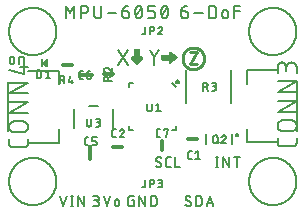
<source format=gbr>
G04 EAGLE Gerber RS-274X export*
G75*
%MOMM*%
%FSLAX34Y34*%
%LPD*%
%INSilkscreen Top*%
%IPPOS*%
%AMOC8*
5,1,8,0,0,1.08239X$1,22.5*%
G01*
%ADD10C,0.152400*%
%ADD11C,0.127000*%
%ADD12C,0.203200*%
%ADD13C,0.254000*%
%ADD14C,0.304800*%
%ADD15R,0.127000X0.762000*%

G36*
X141742Y125151D02*
X141742Y125151D01*
X141852Y125158D01*
X141899Y125173D01*
X141948Y125180D01*
X142050Y125222D01*
X142154Y125256D01*
X142196Y125283D01*
X142242Y125301D01*
X142377Y125390D01*
X147457Y129200D01*
X147507Y129248D01*
X147561Y129287D01*
X147604Y129339D01*
X147660Y129391D01*
X147671Y129407D01*
X147685Y129421D01*
X147725Y129486D01*
X147763Y129532D01*
X147789Y129587D01*
X147835Y129656D01*
X147841Y129675D01*
X147851Y129692D01*
X147876Y129771D01*
X147899Y129820D01*
X147909Y129874D01*
X147938Y129957D01*
X147939Y129977D01*
X147945Y129996D01*
X147949Y130084D01*
X147959Y130132D01*
X147956Y130182D01*
X147963Y130274D01*
X147960Y130294D01*
X147960Y130313D01*
X147942Y130404D01*
X147939Y130450D01*
X147925Y130494D01*
X147908Y130588D01*
X147900Y130606D01*
X147896Y130625D01*
X147854Y130711D01*
X147841Y130752D01*
X147817Y130789D01*
X147778Y130878D01*
X147765Y130893D01*
X147757Y130911D01*
X147694Y130984D01*
X147671Y131021D01*
X147639Y131051D01*
X147579Y131126D01*
X147558Y131144D01*
X147550Y131153D01*
X147534Y131164D01*
X147457Y131230D01*
X142377Y135040D01*
X142372Y135043D01*
X142368Y135047D01*
X142331Y135067D01*
X142296Y135096D01*
X142196Y135143D01*
X142100Y135198D01*
X142052Y135211D01*
X142008Y135232D01*
X141900Y135253D01*
X141793Y135282D01*
X141744Y135282D01*
X141696Y135292D01*
X141642Y135288D01*
X141621Y135290D01*
X141615Y135290D01*
X141577Y135285D01*
X141475Y135287D01*
X141427Y135275D01*
X141378Y135272D01*
X141317Y135252D01*
X141299Y135250D01*
X141263Y135236D01*
X141166Y135212D01*
X141122Y135189D01*
X141076Y135174D01*
X141022Y135140D01*
X141004Y135133D01*
X140970Y135108D01*
X140885Y135063D01*
X140849Y135030D01*
X140807Y135004D01*
X140766Y134960D01*
X140746Y134946D01*
X140717Y134910D01*
X140650Y134849D01*
X140623Y134808D01*
X140589Y134772D01*
X140562Y134723D01*
X140544Y134701D01*
X140521Y134654D01*
X140475Y134584D01*
X140459Y134537D01*
X140435Y134494D01*
X140423Y134444D01*
X140408Y134413D01*
X140397Y134355D01*
X140372Y134283D01*
X140368Y134234D01*
X140356Y134186D01*
X140352Y134119D01*
X140348Y134101D01*
X140349Y134083D01*
X140346Y134025D01*
X140346Y132754D01*
X135265Y132754D01*
X135147Y132739D01*
X135028Y132732D01*
X134990Y132719D01*
X134949Y132714D01*
X134839Y132671D01*
X134726Y132634D01*
X134691Y132612D01*
X134654Y132597D01*
X134558Y132528D01*
X134457Y132464D01*
X134429Y132434D01*
X134396Y132411D01*
X134321Y132319D01*
X134239Y132232D01*
X134219Y132197D01*
X134194Y132166D01*
X134143Y132058D01*
X134085Y131954D01*
X134075Y131914D01*
X134058Y131878D01*
X134036Y131761D01*
X134006Y131646D01*
X134002Y131586D01*
X133998Y131566D01*
X133998Y131563D01*
X133999Y131544D01*
X133996Y131485D01*
X133996Y128945D01*
X134011Y128827D01*
X134018Y128708D01*
X134031Y128670D01*
X134036Y128629D01*
X134079Y128519D01*
X134116Y128406D01*
X134138Y128371D01*
X134153Y128334D01*
X134223Y128238D01*
X134286Y128137D01*
X134316Y128109D01*
X134339Y128076D01*
X134431Y128001D01*
X134518Y127919D01*
X134553Y127899D01*
X134584Y127874D01*
X134692Y127823D01*
X134796Y127765D01*
X134836Y127755D01*
X134872Y127738D01*
X134989Y127716D01*
X135104Y127686D01*
X135165Y127682D01*
X135185Y127678D01*
X135205Y127680D01*
X135265Y127676D01*
X140346Y127676D01*
X140346Y126405D01*
X140352Y126356D01*
X140350Y126307D01*
X140372Y126199D01*
X140386Y126089D01*
X140404Y126044D01*
X140414Y125995D01*
X140462Y125896D01*
X140503Y125794D01*
X140532Y125754D01*
X140553Y125709D01*
X140625Y125626D01*
X140689Y125536D01*
X140728Y125505D01*
X140760Y125467D01*
X140850Y125404D01*
X140934Y125334D01*
X140979Y125313D01*
X141020Y125284D01*
X141123Y125245D01*
X141222Y125198D01*
X141271Y125189D01*
X141317Y125171D01*
X141427Y125159D01*
X141535Y125138D01*
X141584Y125141D01*
X141633Y125136D01*
X141742Y125151D01*
G37*
G36*
X113734Y123791D02*
X113734Y123791D01*
X113753Y123790D01*
X113890Y123818D01*
X114028Y123842D01*
X114046Y123850D01*
X114065Y123854D01*
X114190Y123915D01*
X114318Y123972D01*
X114333Y123985D01*
X114351Y123993D01*
X114457Y124084D01*
X114566Y124171D01*
X114584Y124192D01*
X114593Y124200D01*
X114604Y124216D01*
X114670Y124293D01*
X118480Y129373D01*
X118504Y129416D01*
X118534Y129451D01*
X118534Y129452D01*
X118536Y129454D01*
X118583Y129554D01*
X118638Y129650D01*
X118651Y129698D01*
X118672Y129742D01*
X118693Y129850D01*
X118722Y129957D01*
X118722Y130006D01*
X118732Y130055D01*
X118725Y130164D01*
X118727Y130275D01*
X118715Y130323D01*
X118712Y130372D01*
X118678Y130476D01*
X118652Y130584D01*
X118629Y130628D01*
X118614Y130674D01*
X118555Y130767D01*
X118503Y130865D01*
X118470Y130901D01*
X118444Y130943D01*
X118363Y131019D01*
X118289Y131100D01*
X118248Y131127D01*
X118212Y131161D01*
X118116Y131214D01*
X118024Y131275D01*
X117977Y131291D01*
X117934Y131315D01*
X117827Y131342D01*
X117723Y131378D01*
X117674Y131382D01*
X117626Y131394D01*
X117465Y131404D01*
X116194Y131404D01*
X116194Y136485D01*
X116179Y136603D01*
X116172Y136722D01*
X116159Y136760D01*
X116154Y136801D01*
X116111Y136911D01*
X116074Y137024D01*
X116052Y137059D01*
X116037Y137096D01*
X115968Y137192D01*
X115904Y137293D01*
X115874Y137321D01*
X115851Y137354D01*
X115759Y137430D01*
X115672Y137511D01*
X115637Y137531D01*
X115606Y137556D01*
X115498Y137607D01*
X115394Y137665D01*
X115354Y137675D01*
X115318Y137692D01*
X115201Y137714D01*
X115086Y137744D01*
X115026Y137748D01*
X115006Y137752D01*
X114985Y137750D01*
X114925Y137754D01*
X112385Y137754D01*
X112267Y137739D01*
X112148Y137732D01*
X112110Y137719D01*
X112069Y137714D01*
X111959Y137671D01*
X111846Y137634D01*
X111811Y137612D01*
X111774Y137597D01*
X111678Y137528D01*
X111577Y137464D01*
X111549Y137434D01*
X111516Y137411D01*
X111441Y137319D01*
X111359Y137232D01*
X111339Y137197D01*
X111314Y137166D01*
X111263Y137058D01*
X111205Y136954D01*
X111195Y136914D01*
X111178Y136878D01*
X111156Y136761D01*
X111126Y136646D01*
X111122Y136586D01*
X111118Y136566D01*
X111119Y136560D01*
X111118Y136559D01*
X111119Y136542D01*
X111116Y136485D01*
X111116Y131404D01*
X109845Y131404D01*
X109796Y131398D01*
X109747Y131400D01*
X109639Y131378D01*
X109529Y131364D01*
X109484Y131346D01*
X109435Y131336D01*
X109336Y131288D01*
X109234Y131247D01*
X109194Y131218D01*
X109149Y131197D01*
X109066Y131125D01*
X108976Y131061D01*
X108945Y131022D01*
X108907Y130990D01*
X108844Y130900D01*
X108774Y130816D01*
X108753Y130771D01*
X108724Y130730D01*
X108685Y130627D01*
X108638Y130528D01*
X108629Y130479D01*
X108611Y130433D01*
X108599Y130323D01*
X108578Y130216D01*
X108581Y130166D01*
X108576Y130117D01*
X108591Y130008D01*
X108598Y129898D01*
X108613Y129851D01*
X108620Y129802D01*
X108662Y129700D01*
X108696Y129596D01*
X108723Y129554D01*
X108741Y129508D01*
X108830Y129373D01*
X112640Y124293D01*
X112737Y124193D01*
X112831Y124090D01*
X112847Y124079D01*
X112861Y124065D01*
X112980Y123992D01*
X113096Y123915D01*
X113115Y123909D01*
X113132Y123899D01*
X113265Y123857D01*
X113397Y123812D01*
X113417Y123811D01*
X113436Y123805D01*
X113575Y123798D01*
X113714Y123787D01*
X113734Y123791D01*
G37*
G36*
X37348Y122433D02*
X37348Y122433D01*
X37377Y122430D01*
X37469Y122450D01*
X37562Y122463D01*
X37589Y122476D01*
X37618Y122482D01*
X37698Y122530D01*
X37782Y122572D01*
X37803Y122593D01*
X37829Y122608D01*
X37890Y122680D01*
X37956Y122746D01*
X37969Y122772D01*
X37989Y122795D01*
X38024Y122882D01*
X38066Y122966D01*
X38070Y122996D01*
X38081Y123023D01*
X38099Y123190D01*
X38099Y128270D01*
X38094Y128299D01*
X38097Y128329D01*
X38075Y128420D01*
X38060Y128513D01*
X38046Y128539D01*
X38039Y128568D01*
X37988Y128647D01*
X37944Y128730D01*
X37923Y128751D01*
X37907Y128776D01*
X37834Y128835D01*
X37766Y128900D01*
X37739Y128912D01*
X37716Y128931D01*
X37628Y128964D01*
X37543Y129003D01*
X37513Y129006D01*
X37486Y129017D01*
X37392Y129020D01*
X37299Y129030D01*
X37269Y129024D01*
X37240Y129025D01*
X37150Y128998D01*
X37058Y128978D01*
X37033Y128963D01*
X37004Y128954D01*
X36862Y128864D01*
X33687Y126324D01*
X33618Y126247D01*
X33545Y126174D01*
X33536Y126157D01*
X33523Y126142D01*
X33481Y126046D01*
X33435Y125954D01*
X33433Y125934D01*
X33425Y125916D01*
X33416Y125813D01*
X33402Y125710D01*
X33406Y125691D01*
X33404Y125671D01*
X33429Y125570D01*
X33448Y125468D01*
X33458Y125451D01*
X33462Y125432D01*
X33518Y125345D01*
X33569Y125254D01*
X33586Y125237D01*
X33594Y125224D01*
X33619Y125204D01*
X33687Y125136D01*
X36862Y122596D01*
X36888Y122581D01*
X36910Y122561D01*
X36995Y122521D01*
X37077Y122475D01*
X37106Y122469D01*
X37133Y122457D01*
X37226Y122447D01*
X37318Y122429D01*
X37348Y122433D01*
G37*
D10*
X48314Y13208D02*
X51192Y4572D01*
X54071Y13208D01*
X58507Y13208D02*
X58507Y4572D01*
X57548Y4572D02*
X59467Y4572D01*
X59467Y13208D02*
X57548Y13208D01*
X63729Y13208D02*
X63729Y4572D01*
X68526Y4572D02*
X63729Y13208D01*
X68526Y13208D02*
X68526Y4572D01*
X76632Y4572D02*
X79031Y4572D01*
X79128Y4574D01*
X79224Y4580D01*
X79320Y4589D01*
X79416Y4603D01*
X79511Y4620D01*
X79605Y4642D01*
X79698Y4667D01*
X79791Y4695D01*
X79882Y4728D01*
X79971Y4764D01*
X80059Y4804D01*
X80146Y4847D01*
X80231Y4893D01*
X80313Y4943D01*
X80394Y4997D01*
X80472Y5053D01*
X80548Y5113D01*
X80622Y5175D01*
X80693Y5241D01*
X80761Y5309D01*
X80827Y5380D01*
X80889Y5454D01*
X80949Y5530D01*
X81005Y5608D01*
X81059Y5689D01*
X81109Y5771D01*
X81155Y5856D01*
X81198Y5943D01*
X81238Y6031D01*
X81274Y6120D01*
X81307Y6211D01*
X81335Y6304D01*
X81360Y6397D01*
X81382Y6491D01*
X81399Y6586D01*
X81413Y6682D01*
X81422Y6778D01*
X81428Y6874D01*
X81430Y6971D01*
X81428Y7068D01*
X81422Y7164D01*
X81413Y7260D01*
X81399Y7356D01*
X81382Y7451D01*
X81360Y7545D01*
X81335Y7638D01*
X81307Y7731D01*
X81274Y7822D01*
X81238Y7911D01*
X81198Y7999D01*
X81155Y8086D01*
X81109Y8170D01*
X81059Y8253D01*
X81005Y8334D01*
X80949Y8412D01*
X80889Y8488D01*
X80827Y8562D01*
X80761Y8633D01*
X80693Y8701D01*
X80622Y8767D01*
X80548Y8829D01*
X80472Y8889D01*
X80394Y8945D01*
X80313Y8999D01*
X80231Y9049D01*
X80146Y9095D01*
X80059Y9138D01*
X79971Y9178D01*
X79882Y9214D01*
X79791Y9247D01*
X79698Y9275D01*
X79605Y9300D01*
X79511Y9322D01*
X79416Y9339D01*
X79320Y9353D01*
X79224Y9362D01*
X79128Y9368D01*
X79031Y9370D01*
X79511Y13208D02*
X76632Y13208D01*
X79511Y13208D02*
X79597Y13206D01*
X79683Y13200D01*
X79769Y13191D01*
X79854Y13177D01*
X79938Y13160D01*
X80022Y13139D01*
X80104Y13114D01*
X80185Y13086D01*
X80265Y13054D01*
X80344Y13018D01*
X80420Y12979D01*
X80495Y12936D01*
X80568Y12891D01*
X80639Y12842D01*
X80707Y12789D01*
X80774Y12734D01*
X80837Y12676D01*
X80898Y12615D01*
X80956Y12552D01*
X81011Y12485D01*
X81064Y12417D01*
X81113Y12346D01*
X81158Y12273D01*
X81201Y12198D01*
X81240Y12122D01*
X81276Y12043D01*
X81308Y11963D01*
X81336Y11882D01*
X81361Y11800D01*
X81382Y11716D01*
X81399Y11632D01*
X81413Y11547D01*
X81422Y11461D01*
X81428Y11375D01*
X81430Y11289D01*
X81428Y11203D01*
X81422Y11117D01*
X81413Y11031D01*
X81399Y10946D01*
X81382Y10862D01*
X81361Y10778D01*
X81336Y10696D01*
X81308Y10615D01*
X81276Y10535D01*
X81240Y10456D01*
X81201Y10380D01*
X81158Y10305D01*
X81113Y10232D01*
X81064Y10161D01*
X81011Y10093D01*
X80956Y10026D01*
X80898Y9963D01*
X80837Y9902D01*
X80774Y9844D01*
X80707Y9789D01*
X80639Y9736D01*
X80568Y9687D01*
X80495Y9642D01*
X80420Y9599D01*
X80344Y9560D01*
X80265Y9524D01*
X80185Y9492D01*
X80104Y9464D01*
X80022Y9439D01*
X79938Y9418D01*
X79854Y9401D01*
X79769Y9387D01*
X79683Y9378D01*
X79597Y9372D01*
X79511Y9370D01*
X77591Y9370D01*
X85296Y13208D02*
X88175Y4572D01*
X91053Y13208D01*
X94790Y8410D02*
X94790Y6491D01*
X94790Y8410D02*
X94792Y8496D01*
X94798Y8582D01*
X94807Y8668D01*
X94821Y8753D01*
X94838Y8837D01*
X94859Y8921D01*
X94884Y9003D01*
X94912Y9084D01*
X94944Y9164D01*
X94980Y9243D01*
X95019Y9319D01*
X95062Y9394D01*
X95107Y9467D01*
X95156Y9538D01*
X95209Y9606D01*
X95264Y9673D01*
X95322Y9736D01*
X95383Y9797D01*
X95446Y9855D01*
X95513Y9910D01*
X95581Y9963D01*
X95652Y10012D01*
X95725Y10057D01*
X95800Y10100D01*
X95876Y10139D01*
X95955Y10175D01*
X96035Y10207D01*
X96116Y10235D01*
X96198Y10260D01*
X96282Y10281D01*
X96366Y10298D01*
X96451Y10312D01*
X96537Y10321D01*
X96623Y10327D01*
X96709Y10329D01*
X96795Y10327D01*
X96881Y10321D01*
X96967Y10312D01*
X97052Y10298D01*
X97136Y10281D01*
X97220Y10260D01*
X97302Y10235D01*
X97383Y10207D01*
X97463Y10175D01*
X97542Y10139D01*
X97618Y10100D01*
X97693Y10057D01*
X97766Y10012D01*
X97837Y9963D01*
X97905Y9910D01*
X97972Y9855D01*
X98035Y9797D01*
X98096Y9736D01*
X98154Y9673D01*
X98209Y9606D01*
X98262Y9538D01*
X98311Y9467D01*
X98356Y9394D01*
X98399Y9319D01*
X98438Y9243D01*
X98474Y9164D01*
X98506Y9084D01*
X98534Y9003D01*
X98559Y8921D01*
X98580Y8837D01*
X98597Y8753D01*
X98611Y8668D01*
X98620Y8582D01*
X98626Y8496D01*
X98628Y8410D01*
X98628Y6491D01*
X98626Y6405D01*
X98620Y6319D01*
X98611Y6233D01*
X98597Y6148D01*
X98580Y6064D01*
X98559Y5980D01*
X98534Y5898D01*
X98506Y5817D01*
X98474Y5737D01*
X98438Y5658D01*
X98399Y5582D01*
X98356Y5507D01*
X98311Y5434D01*
X98262Y5363D01*
X98209Y5295D01*
X98154Y5228D01*
X98096Y5165D01*
X98035Y5104D01*
X97972Y5046D01*
X97905Y4991D01*
X97837Y4938D01*
X97766Y4889D01*
X97693Y4844D01*
X97618Y4801D01*
X97542Y4762D01*
X97463Y4726D01*
X97383Y4694D01*
X97302Y4666D01*
X97220Y4641D01*
X97136Y4620D01*
X97052Y4603D01*
X96967Y4589D01*
X96881Y4580D01*
X96795Y4574D01*
X96709Y4572D01*
X96623Y4574D01*
X96537Y4580D01*
X96451Y4589D01*
X96366Y4603D01*
X96282Y4620D01*
X96198Y4641D01*
X96116Y4666D01*
X96035Y4694D01*
X95955Y4726D01*
X95876Y4762D01*
X95800Y4801D01*
X95725Y4844D01*
X95652Y4889D01*
X95581Y4938D01*
X95513Y4991D01*
X95446Y5046D01*
X95383Y5104D01*
X95322Y5165D01*
X95264Y5228D01*
X95209Y5295D01*
X95156Y5363D01*
X95107Y5434D01*
X95062Y5507D01*
X95019Y5582D01*
X94980Y5658D01*
X94944Y5737D01*
X94912Y5817D01*
X94884Y5898D01*
X94859Y5980D01*
X94838Y6064D01*
X94821Y6148D01*
X94807Y6233D01*
X94798Y6319D01*
X94792Y6405D01*
X94790Y6491D01*
X109316Y9370D02*
X110755Y9370D01*
X110755Y4572D01*
X107877Y4572D01*
X107791Y4574D01*
X107705Y4580D01*
X107619Y4589D01*
X107534Y4603D01*
X107450Y4620D01*
X107366Y4641D01*
X107284Y4666D01*
X107203Y4694D01*
X107123Y4726D01*
X107044Y4762D01*
X106968Y4801D01*
X106893Y4844D01*
X106820Y4889D01*
X106749Y4938D01*
X106681Y4991D01*
X106614Y5046D01*
X106551Y5104D01*
X106490Y5165D01*
X106432Y5228D01*
X106377Y5295D01*
X106324Y5363D01*
X106275Y5434D01*
X106230Y5507D01*
X106187Y5582D01*
X106148Y5658D01*
X106112Y5737D01*
X106080Y5817D01*
X106052Y5898D01*
X106027Y5980D01*
X106006Y6064D01*
X105989Y6148D01*
X105975Y6233D01*
X105966Y6319D01*
X105960Y6405D01*
X105958Y6491D01*
X105958Y11289D01*
X105960Y11375D01*
X105966Y11461D01*
X105975Y11547D01*
X105989Y11632D01*
X106006Y11716D01*
X106027Y11800D01*
X106052Y11882D01*
X106080Y11963D01*
X106112Y12043D01*
X106148Y12122D01*
X106187Y12198D01*
X106230Y12273D01*
X106275Y12346D01*
X106324Y12417D01*
X106377Y12485D01*
X106432Y12552D01*
X106490Y12615D01*
X106551Y12676D01*
X106614Y12734D01*
X106681Y12789D01*
X106749Y12841D01*
X106820Y12891D01*
X106893Y12936D01*
X106968Y12979D01*
X107044Y13018D01*
X107123Y13054D01*
X107203Y13086D01*
X107284Y13114D01*
X107366Y13139D01*
X107450Y13160D01*
X107534Y13177D01*
X107619Y13191D01*
X107705Y13200D01*
X107791Y13206D01*
X107877Y13208D01*
X110755Y13208D01*
X115711Y13208D02*
X115711Y4572D01*
X120509Y4572D02*
X115711Y13208D01*
X120509Y13208D02*
X120509Y4572D01*
X125465Y4572D02*
X125465Y13208D01*
X127864Y13208D01*
X127961Y13206D01*
X128057Y13200D01*
X128153Y13191D01*
X128249Y13177D01*
X128344Y13160D01*
X128438Y13138D01*
X128531Y13113D01*
X128624Y13085D01*
X128715Y13052D01*
X128804Y13016D01*
X128892Y12976D01*
X128979Y12933D01*
X129064Y12887D01*
X129146Y12837D01*
X129227Y12783D01*
X129305Y12727D01*
X129381Y12667D01*
X129455Y12605D01*
X129526Y12539D01*
X129594Y12471D01*
X129660Y12400D01*
X129722Y12326D01*
X129782Y12250D01*
X129838Y12172D01*
X129892Y12091D01*
X129942Y12009D01*
X129988Y11924D01*
X130031Y11837D01*
X130071Y11749D01*
X130107Y11660D01*
X130140Y11569D01*
X130168Y11476D01*
X130193Y11383D01*
X130215Y11289D01*
X130232Y11194D01*
X130246Y11098D01*
X130255Y11002D01*
X130261Y10906D01*
X130263Y10809D01*
X130262Y10809D02*
X130262Y6971D01*
X130263Y6971D02*
X130261Y6874D01*
X130255Y6778D01*
X130246Y6682D01*
X130232Y6586D01*
X130215Y6491D01*
X130193Y6397D01*
X130168Y6304D01*
X130140Y6211D01*
X130107Y6120D01*
X130071Y6031D01*
X130031Y5943D01*
X129988Y5856D01*
X129942Y5771D01*
X129892Y5689D01*
X129838Y5608D01*
X129782Y5530D01*
X129722Y5454D01*
X129660Y5380D01*
X129594Y5309D01*
X129526Y5241D01*
X129455Y5175D01*
X129381Y5113D01*
X129305Y5053D01*
X129227Y4997D01*
X129146Y4943D01*
X129064Y4893D01*
X128979Y4847D01*
X128892Y4804D01*
X128804Y4764D01*
X128715Y4728D01*
X128624Y4695D01*
X128531Y4667D01*
X128438Y4642D01*
X128344Y4620D01*
X128249Y4603D01*
X128153Y4589D01*
X128057Y4580D01*
X127961Y4574D01*
X127864Y4572D01*
X125465Y4572D01*
X132265Y37592D02*
X132351Y37594D01*
X132437Y37600D01*
X132523Y37609D01*
X132608Y37623D01*
X132692Y37640D01*
X132776Y37661D01*
X132858Y37686D01*
X132939Y37714D01*
X133019Y37746D01*
X133098Y37782D01*
X133174Y37821D01*
X133249Y37864D01*
X133322Y37909D01*
X133393Y37959D01*
X133461Y38011D01*
X133528Y38066D01*
X133591Y38124D01*
X133652Y38185D01*
X133710Y38248D01*
X133765Y38315D01*
X133818Y38383D01*
X133867Y38454D01*
X133912Y38527D01*
X133955Y38602D01*
X133994Y38678D01*
X134030Y38757D01*
X134062Y38837D01*
X134090Y38918D01*
X134115Y39000D01*
X134136Y39084D01*
X134153Y39168D01*
X134167Y39253D01*
X134176Y39339D01*
X134182Y39425D01*
X134184Y39511D01*
X132265Y37592D02*
X132142Y37594D01*
X132019Y37599D01*
X131896Y37609D01*
X131774Y37622D01*
X131652Y37639D01*
X131530Y37659D01*
X131410Y37683D01*
X131290Y37711D01*
X131171Y37742D01*
X131053Y37777D01*
X130936Y37816D01*
X130820Y37858D01*
X130706Y37904D01*
X130593Y37953D01*
X130482Y38005D01*
X130372Y38061D01*
X130264Y38120D01*
X130158Y38183D01*
X130053Y38248D01*
X129951Y38317D01*
X129851Y38389D01*
X129754Y38464D01*
X129658Y38541D01*
X129565Y38622D01*
X129474Y38705D01*
X129386Y38791D01*
X129626Y44309D02*
X129628Y44395D01*
X129634Y44481D01*
X129643Y44567D01*
X129657Y44652D01*
X129674Y44736D01*
X129695Y44820D01*
X129720Y44902D01*
X129748Y44983D01*
X129780Y45063D01*
X129816Y45142D01*
X129855Y45218D01*
X129898Y45293D01*
X129943Y45366D01*
X129992Y45437D01*
X130045Y45505D01*
X130100Y45572D01*
X130158Y45635D01*
X130219Y45696D01*
X130282Y45754D01*
X130349Y45809D01*
X130417Y45862D01*
X130488Y45911D01*
X130561Y45956D01*
X130636Y45999D01*
X130712Y46038D01*
X130791Y46074D01*
X130871Y46106D01*
X130952Y46134D01*
X131034Y46159D01*
X131118Y46180D01*
X131202Y46197D01*
X131287Y46211D01*
X131373Y46220D01*
X131459Y46226D01*
X131545Y46228D01*
X131661Y46226D01*
X131776Y46221D01*
X131892Y46211D01*
X132007Y46198D01*
X132121Y46182D01*
X132235Y46161D01*
X132349Y46137D01*
X132461Y46109D01*
X132572Y46078D01*
X132683Y46043D01*
X132792Y46005D01*
X132900Y45963D01*
X133006Y45918D01*
X133112Y45869D01*
X133215Y45817D01*
X133317Y45762D01*
X133416Y45703D01*
X133514Y45641D01*
X133610Y45576D01*
X133704Y45508D01*
X130585Y42630D02*
X130511Y42676D01*
X130438Y42726D01*
X130368Y42779D01*
X130300Y42835D01*
X130235Y42894D01*
X130172Y42956D01*
X130113Y43021D01*
X130056Y43088D01*
X130002Y43158D01*
X129952Y43230D01*
X129905Y43304D01*
X129861Y43380D01*
X129821Y43459D01*
X129785Y43539D01*
X129752Y43620D01*
X129723Y43703D01*
X129697Y43788D01*
X129675Y43873D01*
X129658Y43959D01*
X129644Y44046D01*
X129634Y44133D01*
X129628Y44221D01*
X129626Y44309D01*
X133225Y41190D02*
X133299Y41144D01*
X133372Y41094D01*
X133442Y41041D01*
X133510Y40985D01*
X133575Y40926D01*
X133638Y40864D01*
X133697Y40799D01*
X133754Y40732D01*
X133808Y40662D01*
X133858Y40590D01*
X133905Y40516D01*
X133949Y40440D01*
X133989Y40361D01*
X134025Y40281D01*
X134058Y40200D01*
X134087Y40117D01*
X134113Y40032D01*
X134135Y39947D01*
X134152Y39861D01*
X134166Y39774D01*
X134176Y39687D01*
X134182Y39599D01*
X134184Y39511D01*
X133224Y41190D02*
X130585Y42630D01*
X140106Y37592D02*
X142025Y37592D01*
X140106Y37592D02*
X140020Y37594D01*
X139934Y37600D01*
X139848Y37609D01*
X139763Y37623D01*
X139679Y37640D01*
X139595Y37661D01*
X139513Y37686D01*
X139432Y37714D01*
X139352Y37746D01*
X139273Y37782D01*
X139197Y37821D01*
X139122Y37864D01*
X139049Y37909D01*
X138978Y37958D01*
X138910Y38011D01*
X138843Y38066D01*
X138780Y38124D01*
X138719Y38185D01*
X138661Y38248D01*
X138606Y38315D01*
X138553Y38383D01*
X138504Y38454D01*
X138459Y38527D01*
X138416Y38602D01*
X138377Y38678D01*
X138341Y38757D01*
X138309Y38837D01*
X138281Y38918D01*
X138256Y39000D01*
X138235Y39084D01*
X138218Y39168D01*
X138204Y39253D01*
X138195Y39339D01*
X138189Y39425D01*
X138187Y39511D01*
X138187Y44309D01*
X138189Y44395D01*
X138195Y44481D01*
X138204Y44567D01*
X138218Y44652D01*
X138235Y44736D01*
X138256Y44820D01*
X138281Y44902D01*
X138309Y44983D01*
X138341Y45063D01*
X138377Y45142D01*
X138416Y45218D01*
X138459Y45293D01*
X138504Y45366D01*
X138553Y45437D01*
X138606Y45505D01*
X138661Y45572D01*
X138719Y45635D01*
X138780Y45696D01*
X138843Y45754D01*
X138910Y45809D01*
X138978Y45861D01*
X139049Y45911D01*
X139122Y45956D01*
X139197Y45999D01*
X139273Y46038D01*
X139352Y46074D01*
X139432Y46106D01*
X139513Y46134D01*
X139595Y46159D01*
X139679Y46180D01*
X139763Y46197D01*
X139848Y46211D01*
X139934Y46220D01*
X140020Y46226D01*
X140106Y46228D01*
X142025Y46228D01*
X146176Y46228D02*
X146176Y37592D01*
X150014Y37592D01*
X159233Y6491D02*
X159231Y6405D01*
X159225Y6319D01*
X159216Y6233D01*
X159202Y6148D01*
X159185Y6064D01*
X159164Y5980D01*
X159139Y5898D01*
X159111Y5817D01*
X159079Y5737D01*
X159043Y5658D01*
X159004Y5582D01*
X158961Y5507D01*
X158916Y5434D01*
X158867Y5363D01*
X158814Y5295D01*
X158759Y5228D01*
X158701Y5165D01*
X158640Y5104D01*
X158577Y5046D01*
X158510Y4991D01*
X158442Y4939D01*
X158371Y4889D01*
X158298Y4844D01*
X158223Y4801D01*
X158147Y4762D01*
X158068Y4726D01*
X157988Y4694D01*
X157907Y4666D01*
X157825Y4641D01*
X157741Y4620D01*
X157657Y4603D01*
X157572Y4589D01*
X157486Y4580D01*
X157400Y4574D01*
X157314Y4572D01*
X157313Y4572D02*
X157190Y4574D01*
X157067Y4579D01*
X156944Y4589D01*
X156822Y4602D01*
X156700Y4619D01*
X156578Y4639D01*
X156458Y4663D01*
X156338Y4691D01*
X156219Y4722D01*
X156101Y4757D01*
X155984Y4796D01*
X155868Y4838D01*
X155754Y4884D01*
X155641Y4933D01*
X155530Y4985D01*
X155420Y5041D01*
X155312Y5100D01*
X155206Y5163D01*
X155101Y5228D01*
X154999Y5297D01*
X154899Y5369D01*
X154802Y5444D01*
X154706Y5521D01*
X154613Y5602D01*
X154522Y5685D01*
X154434Y5771D01*
X154675Y11289D02*
X154677Y11375D01*
X154683Y11461D01*
X154692Y11547D01*
X154706Y11632D01*
X154723Y11716D01*
X154744Y11800D01*
X154769Y11882D01*
X154797Y11963D01*
X154829Y12043D01*
X154865Y12122D01*
X154904Y12198D01*
X154947Y12273D01*
X154992Y12346D01*
X155041Y12417D01*
X155094Y12485D01*
X155149Y12552D01*
X155207Y12615D01*
X155268Y12676D01*
X155331Y12734D01*
X155398Y12789D01*
X155466Y12842D01*
X155537Y12891D01*
X155610Y12936D01*
X155685Y12979D01*
X155761Y13018D01*
X155840Y13054D01*
X155920Y13086D01*
X156001Y13114D01*
X156083Y13139D01*
X156167Y13160D01*
X156251Y13177D01*
X156336Y13191D01*
X156422Y13200D01*
X156508Y13206D01*
X156594Y13208D01*
X156710Y13206D01*
X156825Y13201D01*
X156941Y13191D01*
X157056Y13178D01*
X157170Y13162D01*
X157284Y13141D01*
X157398Y13117D01*
X157510Y13089D01*
X157621Y13058D01*
X157732Y13023D01*
X157841Y12985D01*
X157949Y12943D01*
X158055Y12898D01*
X158161Y12849D01*
X158264Y12797D01*
X158366Y12742D01*
X158465Y12683D01*
X158563Y12621D01*
X158659Y12556D01*
X158753Y12488D01*
X155634Y9610D02*
X155560Y9656D01*
X155487Y9706D01*
X155417Y9759D01*
X155349Y9815D01*
X155284Y9874D01*
X155221Y9936D01*
X155162Y10001D01*
X155105Y10068D01*
X155051Y10138D01*
X155001Y10210D01*
X154954Y10284D01*
X154910Y10360D01*
X154870Y10439D01*
X154834Y10519D01*
X154801Y10600D01*
X154772Y10683D01*
X154746Y10768D01*
X154724Y10853D01*
X154707Y10939D01*
X154693Y11026D01*
X154683Y11113D01*
X154677Y11201D01*
X154675Y11289D01*
X158274Y8170D02*
X158348Y8124D01*
X158421Y8074D01*
X158491Y8021D01*
X158559Y7965D01*
X158624Y7906D01*
X158687Y7844D01*
X158746Y7779D01*
X158803Y7712D01*
X158857Y7642D01*
X158907Y7570D01*
X158954Y7496D01*
X158998Y7420D01*
X159038Y7341D01*
X159074Y7261D01*
X159107Y7180D01*
X159136Y7097D01*
X159162Y7012D01*
X159184Y6927D01*
X159201Y6841D01*
X159215Y6754D01*
X159225Y6667D01*
X159231Y6579D01*
X159233Y6491D01*
X158273Y8170D02*
X155634Y9610D01*
X163579Y13208D02*
X163579Y4572D01*
X163579Y13208D02*
X165978Y13208D01*
X166075Y13206D01*
X166171Y13200D01*
X166267Y13191D01*
X166363Y13177D01*
X166458Y13160D01*
X166552Y13138D01*
X166645Y13113D01*
X166738Y13085D01*
X166829Y13052D01*
X166918Y13016D01*
X167006Y12976D01*
X167093Y12933D01*
X167178Y12887D01*
X167260Y12837D01*
X167341Y12783D01*
X167419Y12727D01*
X167495Y12667D01*
X167569Y12605D01*
X167640Y12539D01*
X167708Y12471D01*
X167774Y12400D01*
X167836Y12326D01*
X167896Y12250D01*
X167952Y12172D01*
X168006Y12091D01*
X168056Y12009D01*
X168102Y11924D01*
X168145Y11837D01*
X168185Y11749D01*
X168221Y11660D01*
X168254Y11569D01*
X168282Y11476D01*
X168307Y11383D01*
X168329Y11289D01*
X168346Y11194D01*
X168360Y11098D01*
X168369Y11002D01*
X168375Y10906D01*
X168377Y10809D01*
X168377Y6971D01*
X168375Y6874D01*
X168369Y6778D01*
X168360Y6682D01*
X168346Y6586D01*
X168329Y6491D01*
X168307Y6397D01*
X168282Y6304D01*
X168254Y6211D01*
X168221Y6120D01*
X168185Y6031D01*
X168145Y5943D01*
X168102Y5856D01*
X168056Y5771D01*
X168006Y5689D01*
X167952Y5608D01*
X167896Y5530D01*
X167836Y5454D01*
X167774Y5380D01*
X167708Y5309D01*
X167640Y5241D01*
X167569Y5175D01*
X167495Y5113D01*
X167419Y5053D01*
X167341Y4997D01*
X167260Y4943D01*
X167178Y4893D01*
X167093Y4847D01*
X167006Y4804D01*
X166918Y4764D01*
X166829Y4728D01*
X166738Y4695D01*
X166645Y4667D01*
X166552Y4642D01*
X166458Y4620D01*
X166363Y4603D01*
X166267Y4589D01*
X166171Y4580D01*
X166075Y4574D01*
X165978Y4572D01*
X163579Y4572D01*
X172548Y4572D02*
X175426Y13208D01*
X178305Y4572D01*
X177585Y6731D02*
X173267Y6731D01*
X181551Y37592D02*
X181551Y46228D01*
X180591Y37592D02*
X182510Y37592D01*
X182510Y46228D02*
X180591Y46228D01*
X186772Y46228D02*
X186772Y37592D01*
X191570Y37592D02*
X186772Y46228D01*
X191570Y46228D02*
X191570Y37592D01*
X198010Y37592D02*
X198010Y46228D01*
X195611Y46228D02*
X200409Y46228D01*
D11*
X5715Y127071D02*
X5715Y129046D01*
X5717Y129133D01*
X5723Y129221D01*
X5732Y129308D01*
X5746Y129394D01*
X5763Y129480D01*
X5784Y129564D01*
X5809Y129648D01*
X5838Y129731D01*
X5870Y129812D01*
X5905Y129892D01*
X5944Y129970D01*
X5987Y130047D01*
X6033Y130121D01*
X6082Y130193D01*
X6134Y130263D01*
X6190Y130331D01*
X6248Y130396D01*
X6309Y130459D01*
X6373Y130518D01*
X6440Y130575D01*
X6508Y130629D01*
X6580Y130680D01*
X6653Y130727D01*
X6728Y130772D01*
X6806Y130813D01*
X6885Y130850D01*
X6965Y130884D01*
X7047Y130914D01*
X7130Y130941D01*
X7215Y130964D01*
X7300Y130983D01*
X7386Y130998D01*
X7473Y131010D01*
X7560Y131018D01*
X7647Y131022D01*
X7735Y131022D01*
X7822Y131018D01*
X7909Y131010D01*
X7996Y130998D01*
X8082Y130983D01*
X8167Y130964D01*
X8252Y130941D01*
X8335Y130914D01*
X8417Y130884D01*
X8497Y130850D01*
X8576Y130813D01*
X8654Y130772D01*
X8729Y130727D01*
X8802Y130680D01*
X8874Y130629D01*
X8942Y130575D01*
X9009Y130518D01*
X9073Y130459D01*
X9134Y130396D01*
X9192Y130331D01*
X9248Y130263D01*
X9300Y130193D01*
X9349Y130121D01*
X9395Y130047D01*
X9438Y129970D01*
X9477Y129892D01*
X9512Y129812D01*
X9544Y129731D01*
X9573Y129648D01*
X9598Y129564D01*
X9619Y129480D01*
X9636Y129394D01*
X9650Y129308D01*
X9659Y129221D01*
X9665Y129133D01*
X9667Y129046D01*
X9666Y129046D02*
X9666Y127071D01*
X9667Y127071D02*
X9665Y126984D01*
X9659Y126896D01*
X9650Y126809D01*
X9636Y126723D01*
X9619Y126637D01*
X9598Y126553D01*
X9573Y126469D01*
X9544Y126386D01*
X9512Y126305D01*
X9477Y126225D01*
X9438Y126147D01*
X9395Y126070D01*
X9349Y125996D01*
X9300Y125924D01*
X9248Y125854D01*
X9192Y125786D01*
X9134Y125721D01*
X9073Y125658D01*
X9009Y125599D01*
X8942Y125542D01*
X8874Y125488D01*
X8802Y125437D01*
X8729Y125390D01*
X8654Y125345D01*
X8576Y125304D01*
X8497Y125267D01*
X8417Y125233D01*
X8335Y125203D01*
X8252Y125176D01*
X8167Y125153D01*
X8082Y125134D01*
X7996Y125119D01*
X7909Y125107D01*
X7822Y125099D01*
X7735Y125095D01*
X7647Y125095D01*
X7560Y125099D01*
X7473Y125107D01*
X7386Y125119D01*
X7300Y125134D01*
X7215Y125153D01*
X7130Y125176D01*
X7047Y125203D01*
X6965Y125233D01*
X6885Y125267D01*
X6806Y125304D01*
X6728Y125345D01*
X6653Y125390D01*
X6580Y125437D01*
X6508Y125488D01*
X6440Y125542D01*
X6373Y125599D01*
X6309Y125658D01*
X6248Y125721D01*
X6190Y125786D01*
X6134Y125854D01*
X6082Y125924D01*
X6033Y125996D01*
X5987Y126070D01*
X5944Y126147D01*
X5905Y126225D01*
X5870Y126305D01*
X5838Y126386D01*
X5809Y126469D01*
X5784Y126553D01*
X5763Y126637D01*
X5746Y126723D01*
X5732Y126809D01*
X5723Y126896D01*
X5717Y126984D01*
X5715Y127071D01*
X13945Y125095D02*
X13945Y131022D01*
X16414Y131022D01*
X16489Y131020D01*
X16564Y131014D01*
X16638Y131005D01*
X16712Y130992D01*
X16785Y130975D01*
X16858Y130954D01*
X16929Y130930D01*
X16998Y130902D01*
X17067Y130871D01*
X17133Y130836D01*
X17198Y130798D01*
X17261Y130756D01*
X17321Y130712D01*
X17379Y130664D01*
X17435Y130614D01*
X17488Y130561D01*
X17538Y130505D01*
X17586Y130447D01*
X17630Y130387D01*
X17672Y130324D01*
X17710Y130259D01*
X17745Y130193D01*
X17776Y130124D01*
X17804Y130055D01*
X17828Y129984D01*
X17849Y129911D01*
X17866Y129838D01*
X17879Y129764D01*
X17888Y129690D01*
X17894Y129615D01*
X17896Y129540D01*
X17896Y125095D01*
D10*
X53362Y163576D02*
X53362Y174244D01*
X56918Y168317D01*
X60474Y174244D01*
X60474Y163576D01*
X66599Y163576D02*
X66599Y174244D01*
X69562Y174244D01*
X69669Y174242D01*
X69776Y174236D01*
X69882Y174227D01*
X69988Y174213D01*
X70094Y174196D01*
X70199Y174175D01*
X70303Y174150D01*
X70406Y174121D01*
X70508Y174089D01*
X70609Y174053D01*
X70708Y174013D01*
X70806Y173970D01*
X70902Y173923D01*
X70997Y173873D01*
X71090Y173820D01*
X71180Y173763D01*
X71269Y173703D01*
X71355Y173640D01*
X71439Y173574D01*
X71521Y173504D01*
X71600Y173432D01*
X71676Y173357D01*
X71750Y173279D01*
X71820Y173199D01*
X71888Y173116D01*
X71953Y173031D01*
X72014Y172944D01*
X72073Y172854D01*
X72128Y172762D01*
X72180Y172669D01*
X72228Y172573D01*
X72273Y172476D01*
X72315Y172378D01*
X72352Y172278D01*
X72387Y172176D01*
X72417Y172074D01*
X72444Y171970D01*
X72467Y171866D01*
X72486Y171760D01*
X72501Y171654D01*
X72513Y171548D01*
X72521Y171441D01*
X72525Y171334D01*
X72525Y171228D01*
X72521Y171121D01*
X72513Y171014D01*
X72501Y170908D01*
X72486Y170802D01*
X72467Y170696D01*
X72444Y170592D01*
X72417Y170488D01*
X72387Y170386D01*
X72352Y170284D01*
X72315Y170184D01*
X72273Y170086D01*
X72228Y169989D01*
X72180Y169893D01*
X72128Y169800D01*
X72073Y169708D01*
X72014Y169618D01*
X71953Y169531D01*
X71888Y169446D01*
X71820Y169363D01*
X71750Y169283D01*
X71676Y169205D01*
X71600Y169130D01*
X71521Y169058D01*
X71439Y168988D01*
X71355Y168922D01*
X71269Y168859D01*
X71180Y168799D01*
X71090Y168742D01*
X70997Y168689D01*
X70902Y168639D01*
X70806Y168592D01*
X70708Y168549D01*
X70609Y168509D01*
X70508Y168473D01*
X70406Y168441D01*
X70303Y168412D01*
X70199Y168387D01*
X70094Y168366D01*
X69988Y168349D01*
X69882Y168335D01*
X69776Y168326D01*
X69669Y168320D01*
X69562Y168318D01*
X69562Y168317D02*
X66599Y168317D01*
X77363Y166539D02*
X77363Y174244D01*
X77363Y166539D02*
X77365Y166432D01*
X77371Y166325D01*
X77380Y166219D01*
X77394Y166113D01*
X77411Y166007D01*
X77432Y165902D01*
X77457Y165798D01*
X77486Y165695D01*
X77518Y165593D01*
X77554Y165492D01*
X77594Y165393D01*
X77637Y165295D01*
X77684Y165199D01*
X77734Y165104D01*
X77787Y165011D01*
X77844Y164921D01*
X77904Y164832D01*
X77967Y164746D01*
X78033Y164662D01*
X78103Y164580D01*
X78175Y164501D01*
X78250Y164425D01*
X78328Y164351D01*
X78408Y164281D01*
X78491Y164213D01*
X78576Y164148D01*
X78663Y164087D01*
X78753Y164028D01*
X78844Y163973D01*
X78938Y163921D01*
X79034Y163873D01*
X79131Y163828D01*
X79229Y163786D01*
X79329Y163749D01*
X79431Y163714D01*
X79533Y163684D01*
X79637Y163657D01*
X79741Y163634D01*
X79847Y163615D01*
X79953Y163600D01*
X80059Y163588D01*
X80166Y163580D01*
X80273Y163576D01*
X80379Y163576D01*
X80486Y163580D01*
X80593Y163588D01*
X80699Y163600D01*
X80805Y163615D01*
X80911Y163634D01*
X81015Y163657D01*
X81119Y163684D01*
X81221Y163714D01*
X81323Y163749D01*
X81423Y163786D01*
X81521Y163828D01*
X81618Y163873D01*
X81714Y163921D01*
X81807Y163973D01*
X81899Y164028D01*
X81989Y164087D01*
X82076Y164148D01*
X82161Y164213D01*
X82244Y164281D01*
X82324Y164351D01*
X82402Y164425D01*
X82477Y164501D01*
X82549Y164580D01*
X82619Y164662D01*
X82685Y164746D01*
X82748Y164832D01*
X82808Y164921D01*
X82865Y165011D01*
X82918Y165104D01*
X82968Y165199D01*
X83015Y165295D01*
X83058Y165393D01*
X83098Y165492D01*
X83134Y165593D01*
X83166Y165695D01*
X83195Y165798D01*
X83220Y165902D01*
X83241Y166007D01*
X83258Y166113D01*
X83272Y166219D01*
X83281Y166325D01*
X83287Y166432D01*
X83289Y166539D01*
X83290Y166539D02*
X83290Y174244D01*
X88840Y167725D02*
X95952Y167725D01*
X101137Y169503D02*
X104693Y169503D01*
X104788Y169501D01*
X104884Y169495D01*
X104979Y169486D01*
X105073Y169472D01*
X105167Y169455D01*
X105260Y169434D01*
X105353Y169409D01*
X105444Y169381D01*
X105534Y169349D01*
X105622Y169313D01*
X105709Y169274D01*
X105795Y169231D01*
X105879Y169185D01*
X105960Y169136D01*
X106040Y169083D01*
X106117Y169027D01*
X106193Y168969D01*
X106265Y168907D01*
X106335Y168842D01*
X106403Y168774D01*
X106468Y168704D01*
X106530Y168632D01*
X106588Y168556D01*
X106644Y168479D01*
X106697Y168399D01*
X106746Y168318D01*
X106792Y168234D01*
X106835Y168148D01*
X106874Y168061D01*
X106910Y167973D01*
X106942Y167883D01*
X106970Y167792D01*
X106995Y167699D01*
X107016Y167606D01*
X107033Y167512D01*
X107047Y167418D01*
X107056Y167323D01*
X107062Y167227D01*
X107064Y167132D01*
X107064Y166539D01*
X107062Y166432D01*
X107056Y166325D01*
X107047Y166219D01*
X107033Y166113D01*
X107016Y166007D01*
X106995Y165902D01*
X106970Y165798D01*
X106941Y165695D01*
X106909Y165593D01*
X106873Y165492D01*
X106833Y165393D01*
X106790Y165295D01*
X106743Y165199D01*
X106693Y165104D01*
X106640Y165011D01*
X106583Y164921D01*
X106523Y164832D01*
X106460Y164746D01*
X106394Y164662D01*
X106324Y164580D01*
X106252Y164501D01*
X106177Y164425D01*
X106099Y164351D01*
X106019Y164281D01*
X105936Y164213D01*
X105851Y164148D01*
X105764Y164087D01*
X105674Y164028D01*
X105582Y163973D01*
X105489Y163921D01*
X105393Y163873D01*
X105296Y163828D01*
X105198Y163786D01*
X105098Y163749D01*
X104996Y163714D01*
X104894Y163684D01*
X104790Y163657D01*
X104686Y163634D01*
X104580Y163615D01*
X104474Y163600D01*
X104368Y163588D01*
X104261Y163580D01*
X104154Y163576D01*
X104048Y163576D01*
X103941Y163580D01*
X103834Y163588D01*
X103728Y163600D01*
X103622Y163615D01*
X103516Y163634D01*
X103412Y163657D01*
X103308Y163684D01*
X103206Y163714D01*
X103104Y163749D01*
X103004Y163786D01*
X102906Y163828D01*
X102809Y163873D01*
X102713Y163921D01*
X102619Y163973D01*
X102528Y164028D01*
X102438Y164087D01*
X102351Y164148D01*
X102266Y164213D01*
X102183Y164281D01*
X102103Y164351D01*
X102025Y164425D01*
X101950Y164501D01*
X101878Y164580D01*
X101808Y164662D01*
X101742Y164746D01*
X101679Y164832D01*
X101619Y164921D01*
X101562Y165011D01*
X101509Y165104D01*
X101459Y165199D01*
X101412Y165295D01*
X101369Y165393D01*
X101329Y165492D01*
X101293Y165593D01*
X101261Y165695D01*
X101232Y165798D01*
X101207Y165902D01*
X101186Y166007D01*
X101169Y166113D01*
X101155Y166219D01*
X101146Y166325D01*
X101140Y166432D01*
X101138Y166539D01*
X101137Y166539D02*
X101137Y169503D01*
X101138Y169503D02*
X101140Y169638D01*
X101146Y169774D01*
X101155Y169909D01*
X101169Y170043D01*
X101186Y170178D01*
X101207Y170311D01*
X101232Y170445D01*
X101261Y170577D01*
X101294Y170708D01*
X101330Y170839D01*
X101370Y170968D01*
X101414Y171096D01*
X101461Y171223D01*
X101512Y171349D01*
X101566Y171472D01*
X101624Y171595D01*
X101686Y171715D01*
X101751Y171834D01*
X101819Y171951D01*
X101891Y172066D01*
X101965Y172179D01*
X102043Y172290D01*
X102125Y172398D01*
X102209Y172504D01*
X102296Y172608D01*
X102386Y172709D01*
X102479Y172807D01*
X102575Y172903D01*
X102673Y172996D01*
X102774Y173086D01*
X102878Y173173D01*
X102984Y173257D01*
X103092Y173339D01*
X103203Y173417D01*
X103316Y173491D01*
X103431Y173563D01*
X103548Y173631D01*
X103667Y173696D01*
X103787Y173758D01*
X103909Y173816D01*
X104033Y173870D01*
X104159Y173921D01*
X104286Y173968D01*
X104414Y174012D01*
X104543Y174052D01*
X104674Y174088D01*
X104805Y174121D01*
X104937Y174150D01*
X105071Y174175D01*
X105204Y174196D01*
X105339Y174213D01*
X105473Y174227D01*
X105608Y174236D01*
X105744Y174242D01*
X105879Y174244D01*
X112999Y172762D02*
X112909Y172573D01*
X112824Y172381D01*
X112744Y172187D01*
X112668Y171991D01*
X112596Y171794D01*
X112530Y171595D01*
X112468Y171394D01*
X112411Y171192D01*
X112359Y170989D01*
X112312Y170784D01*
X112270Y170579D01*
X112232Y170372D01*
X112200Y170165D01*
X112173Y169957D01*
X112150Y169748D01*
X112133Y169539D01*
X112120Y169330D01*
X112113Y169120D01*
X112110Y168910D01*
X113000Y172762D02*
X113031Y172847D01*
X113065Y172931D01*
X113103Y173013D01*
X113145Y173094D01*
X113190Y173173D01*
X113238Y173250D01*
X113289Y173325D01*
X113343Y173397D01*
X113400Y173468D01*
X113460Y173536D01*
X113523Y173601D01*
X113588Y173664D01*
X113656Y173724D01*
X113727Y173781D01*
X113799Y173835D01*
X113874Y173887D01*
X113951Y173935D01*
X114030Y173980D01*
X114111Y174021D01*
X114193Y174059D01*
X114277Y174094D01*
X114362Y174125D01*
X114448Y174153D01*
X114535Y174177D01*
X114624Y174197D01*
X114713Y174214D01*
X114803Y174227D01*
X114893Y174237D01*
X114983Y174242D01*
X115074Y174244D01*
X115165Y174242D01*
X115255Y174237D01*
X115345Y174227D01*
X115435Y174214D01*
X115524Y174197D01*
X115613Y174177D01*
X115700Y174153D01*
X115786Y174125D01*
X115871Y174094D01*
X115955Y174059D01*
X116037Y174021D01*
X116118Y173980D01*
X116197Y173935D01*
X116274Y173887D01*
X116349Y173836D01*
X116421Y173781D01*
X116492Y173724D01*
X116560Y173664D01*
X116625Y173601D01*
X116688Y173536D01*
X116748Y173468D01*
X116805Y173397D01*
X116859Y173325D01*
X116910Y173250D01*
X116958Y173173D01*
X117003Y173094D01*
X117045Y173013D01*
X117083Y172931D01*
X117117Y172847D01*
X117148Y172762D01*
X117238Y172573D01*
X117323Y172381D01*
X117403Y172187D01*
X117479Y171991D01*
X117551Y171794D01*
X117617Y171595D01*
X117679Y171394D01*
X117736Y171192D01*
X117788Y170989D01*
X117835Y170784D01*
X117877Y170579D01*
X117915Y170372D01*
X117947Y170165D01*
X117974Y169957D01*
X117997Y169748D01*
X118014Y169539D01*
X118027Y169330D01*
X118034Y169120D01*
X118037Y168910D01*
X112111Y168910D02*
X112114Y168700D01*
X112121Y168490D01*
X112134Y168281D01*
X112151Y168072D01*
X112174Y167863D01*
X112201Y167655D01*
X112233Y167448D01*
X112271Y167241D01*
X112313Y167036D01*
X112360Y166831D01*
X112412Y166628D01*
X112469Y166426D01*
X112531Y166225D01*
X112597Y166026D01*
X112669Y165829D01*
X112745Y165633D01*
X112825Y165439D01*
X112910Y165248D01*
X113000Y165058D01*
X113031Y164973D01*
X113065Y164889D01*
X113103Y164807D01*
X113145Y164726D01*
X113190Y164647D01*
X113238Y164570D01*
X113289Y164495D01*
X113343Y164423D01*
X113400Y164352D01*
X113460Y164284D01*
X113523Y164219D01*
X113588Y164156D01*
X113656Y164096D01*
X113727Y164039D01*
X113799Y163984D01*
X113874Y163933D01*
X113951Y163885D01*
X114030Y163840D01*
X114111Y163799D01*
X114193Y163761D01*
X114277Y163726D01*
X114362Y163695D01*
X114448Y163667D01*
X114535Y163643D01*
X114624Y163623D01*
X114713Y163606D01*
X114803Y163593D01*
X114893Y163583D01*
X114983Y163578D01*
X115074Y163576D01*
X117148Y165058D02*
X117238Y165248D01*
X117323Y165439D01*
X117403Y165633D01*
X117479Y165829D01*
X117551Y166026D01*
X117617Y166225D01*
X117679Y166426D01*
X117736Y166628D01*
X117788Y166831D01*
X117835Y167036D01*
X117877Y167241D01*
X117915Y167448D01*
X117947Y167655D01*
X117974Y167863D01*
X117997Y168072D01*
X118014Y168281D01*
X118027Y168490D01*
X118034Y168700D01*
X118037Y168910D01*
X117148Y165058D02*
X117117Y164973D01*
X117083Y164889D01*
X117045Y164807D01*
X117003Y164726D01*
X116958Y164647D01*
X116910Y164570D01*
X116859Y164495D01*
X116805Y164423D01*
X116748Y164352D01*
X116688Y164284D01*
X116625Y164219D01*
X116560Y164156D01*
X116492Y164096D01*
X116421Y164039D01*
X116349Y163984D01*
X116274Y163933D01*
X116197Y163885D01*
X116118Y163840D01*
X116037Y163799D01*
X115955Y163761D01*
X115871Y163726D01*
X115786Y163695D01*
X115700Y163667D01*
X115613Y163643D01*
X115524Y163623D01*
X115435Y163606D01*
X115345Y163593D01*
X115255Y163583D01*
X115165Y163578D01*
X115074Y163576D01*
X112703Y165947D02*
X117444Y171873D01*
X123083Y163576D02*
X126639Y163576D01*
X126734Y163578D01*
X126830Y163584D01*
X126925Y163593D01*
X127019Y163607D01*
X127113Y163624D01*
X127206Y163645D01*
X127299Y163670D01*
X127390Y163698D01*
X127480Y163730D01*
X127568Y163766D01*
X127655Y163805D01*
X127741Y163848D01*
X127825Y163894D01*
X127906Y163943D01*
X127986Y163996D01*
X128063Y164052D01*
X128139Y164110D01*
X128211Y164172D01*
X128281Y164237D01*
X128349Y164305D01*
X128414Y164375D01*
X128476Y164447D01*
X128534Y164523D01*
X128590Y164600D01*
X128643Y164680D01*
X128692Y164762D01*
X128738Y164845D01*
X128781Y164931D01*
X128820Y165018D01*
X128856Y165106D01*
X128888Y165196D01*
X128916Y165287D01*
X128941Y165380D01*
X128962Y165473D01*
X128979Y165567D01*
X128993Y165661D01*
X129002Y165756D01*
X129008Y165852D01*
X129010Y165947D01*
X129010Y167132D01*
X129008Y167227D01*
X129002Y167323D01*
X128993Y167418D01*
X128979Y167512D01*
X128962Y167606D01*
X128941Y167699D01*
X128916Y167792D01*
X128888Y167883D01*
X128856Y167973D01*
X128820Y168061D01*
X128781Y168148D01*
X128738Y168234D01*
X128692Y168318D01*
X128643Y168399D01*
X128590Y168479D01*
X128534Y168556D01*
X128476Y168632D01*
X128414Y168704D01*
X128349Y168774D01*
X128281Y168842D01*
X128211Y168907D01*
X128139Y168969D01*
X128063Y169027D01*
X127986Y169083D01*
X127906Y169136D01*
X127825Y169185D01*
X127741Y169231D01*
X127655Y169274D01*
X127568Y169313D01*
X127480Y169349D01*
X127390Y169381D01*
X127299Y169409D01*
X127206Y169434D01*
X127113Y169455D01*
X127019Y169472D01*
X126925Y169486D01*
X126830Y169495D01*
X126734Y169501D01*
X126639Y169503D01*
X123083Y169503D01*
X123083Y174244D01*
X129010Y174244D01*
X134945Y172762D02*
X134855Y172573D01*
X134770Y172381D01*
X134690Y172187D01*
X134614Y171991D01*
X134542Y171794D01*
X134476Y171595D01*
X134414Y171394D01*
X134357Y171192D01*
X134305Y170989D01*
X134258Y170784D01*
X134216Y170579D01*
X134178Y170372D01*
X134146Y170165D01*
X134119Y169957D01*
X134096Y169748D01*
X134079Y169539D01*
X134066Y169330D01*
X134059Y169120D01*
X134056Y168910D01*
X134945Y172762D02*
X134976Y172847D01*
X135010Y172931D01*
X135048Y173013D01*
X135090Y173094D01*
X135135Y173173D01*
X135183Y173250D01*
X135234Y173325D01*
X135288Y173397D01*
X135345Y173468D01*
X135405Y173536D01*
X135468Y173601D01*
X135533Y173664D01*
X135601Y173724D01*
X135672Y173781D01*
X135744Y173835D01*
X135819Y173887D01*
X135896Y173935D01*
X135975Y173980D01*
X136056Y174021D01*
X136138Y174059D01*
X136222Y174094D01*
X136307Y174125D01*
X136393Y174153D01*
X136480Y174177D01*
X136569Y174197D01*
X136658Y174214D01*
X136748Y174227D01*
X136838Y174237D01*
X136928Y174242D01*
X137019Y174244D01*
X137110Y174242D01*
X137200Y174237D01*
X137290Y174227D01*
X137380Y174214D01*
X137469Y174197D01*
X137558Y174177D01*
X137645Y174153D01*
X137731Y174125D01*
X137816Y174094D01*
X137900Y174059D01*
X137982Y174021D01*
X138063Y173980D01*
X138142Y173935D01*
X138219Y173887D01*
X138294Y173836D01*
X138366Y173781D01*
X138437Y173724D01*
X138505Y173664D01*
X138570Y173601D01*
X138633Y173536D01*
X138693Y173468D01*
X138750Y173397D01*
X138804Y173325D01*
X138855Y173250D01*
X138903Y173173D01*
X138948Y173094D01*
X138990Y173013D01*
X139028Y172931D01*
X139062Y172847D01*
X139093Y172762D01*
X139183Y172573D01*
X139268Y172381D01*
X139348Y172187D01*
X139424Y171991D01*
X139496Y171794D01*
X139562Y171595D01*
X139624Y171394D01*
X139681Y171192D01*
X139733Y170989D01*
X139780Y170784D01*
X139822Y170579D01*
X139860Y170372D01*
X139892Y170165D01*
X139919Y169957D01*
X139942Y169748D01*
X139959Y169539D01*
X139972Y169330D01*
X139979Y169120D01*
X139982Y168910D01*
X134056Y168910D02*
X134059Y168700D01*
X134066Y168490D01*
X134079Y168281D01*
X134096Y168072D01*
X134119Y167863D01*
X134146Y167655D01*
X134178Y167448D01*
X134216Y167241D01*
X134258Y167036D01*
X134305Y166831D01*
X134357Y166628D01*
X134414Y166426D01*
X134476Y166225D01*
X134542Y166026D01*
X134614Y165829D01*
X134690Y165633D01*
X134770Y165439D01*
X134855Y165248D01*
X134945Y165058D01*
X134976Y164973D01*
X135010Y164889D01*
X135048Y164807D01*
X135090Y164726D01*
X135135Y164647D01*
X135183Y164570D01*
X135234Y164495D01*
X135288Y164423D01*
X135345Y164352D01*
X135405Y164284D01*
X135468Y164219D01*
X135533Y164156D01*
X135601Y164096D01*
X135672Y164039D01*
X135744Y163984D01*
X135819Y163933D01*
X135896Y163885D01*
X135975Y163840D01*
X136056Y163799D01*
X136138Y163761D01*
X136222Y163726D01*
X136307Y163695D01*
X136393Y163667D01*
X136480Y163643D01*
X136569Y163623D01*
X136658Y163606D01*
X136748Y163593D01*
X136838Y163583D01*
X136928Y163578D01*
X137019Y163576D01*
X139093Y165058D02*
X139183Y165248D01*
X139268Y165439D01*
X139348Y165633D01*
X139424Y165829D01*
X139496Y166026D01*
X139562Y166225D01*
X139624Y166426D01*
X139681Y166628D01*
X139733Y166831D01*
X139780Y167036D01*
X139822Y167241D01*
X139860Y167448D01*
X139892Y167655D01*
X139919Y167863D01*
X139942Y168072D01*
X139959Y168281D01*
X139972Y168490D01*
X139979Y168700D01*
X139982Y168910D01*
X139093Y165058D02*
X139062Y164973D01*
X139028Y164889D01*
X138990Y164807D01*
X138948Y164726D01*
X138903Y164647D01*
X138855Y164570D01*
X138804Y164495D01*
X138750Y164423D01*
X138693Y164352D01*
X138633Y164284D01*
X138570Y164219D01*
X138505Y164156D01*
X138437Y164096D01*
X138366Y164039D01*
X138294Y163984D01*
X138219Y163933D01*
X138142Y163885D01*
X138063Y163840D01*
X137982Y163799D01*
X137900Y163761D01*
X137816Y163726D01*
X137731Y163695D01*
X137645Y163667D01*
X137558Y163643D01*
X137469Y163623D01*
X137380Y163606D01*
X137290Y163593D01*
X137200Y163583D01*
X137110Y163578D01*
X137019Y163576D01*
X134648Y165947D02*
X139390Y171873D01*
X150881Y169503D02*
X154437Y169503D01*
X154532Y169501D01*
X154628Y169495D01*
X154723Y169486D01*
X154817Y169472D01*
X154911Y169455D01*
X155004Y169434D01*
X155097Y169409D01*
X155188Y169381D01*
X155278Y169349D01*
X155366Y169313D01*
X155453Y169274D01*
X155539Y169231D01*
X155623Y169185D01*
X155704Y169136D01*
X155784Y169083D01*
X155861Y169027D01*
X155937Y168969D01*
X156009Y168907D01*
X156079Y168842D01*
X156147Y168774D01*
X156212Y168704D01*
X156274Y168632D01*
X156332Y168556D01*
X156388Y168479D01*
X156441Y168399D01*
X156490Y168318D01*
X156536Y168234D01*
X156579Y168148D01*
X156618Y168061D01*
X156654Y167973D01*
X156686Y167883D01*
X156714Y167792D01*
X156739Y167699D01*
X156760Y167606D01*
X156777Y167512D01*
X156791Y167418D01*
X156800Y167323D01*
X156806Y167227D01*
X156808Y167132D01*
X156807Y167132D02*
X156807Y166539D01*
X156805Y166432D01*
X156799Y166325D01*
X156790Y166219D01*
X156776Y166113D01*
X156759Y166007D01*
X156738Y165902D01*
X156713Y165798D01*
X156684Y165695D01*
X156652Y165593D01*
X156616Y165492D01*
X156576Y165393D01*
X156533Y165295D01*
X156486Y165199D01*
X156436Y165104D01*
X156383Y165011D01*
X156326Y164921D01*
X156266Y164832D01*
X156203Y164746D01*
X156137Y164662D01*
X156067Y164580D01*
X155995Y164501D01*
X155920Y164425D01*
X155842Y164351D01*
X155762Y164281D01*
X155679Y164213D01*
X155594Y164148D01*
X155507Y164087D01*
X155417Y164028D01*
X155325Y163973D01*
X155232Y163921D01*
X155136Y163873D01*
X155039Y163828D01*
X154941Y163786D01*
X154841Y163749D01*
X154739Y163714D01*
X154637Y163684D01*
X154533Y163657D01*
X154429Y163634D01*
X154323Y163615D01*
X154217Y163600D01*
X154111Y163588D01*
X154004Y163580D01*
X153897Y163576D01*
X153791Y163576D01*
X153684Y163580D01*
X153577Y163588D01*
X153471Y163600D01*
X153365Y163615D01*
X153259Y163634D01*
X153155Y163657D01*
X153051Y163684D01*
X152949Y163714D01*
X152847Y163749D01*
X152747Y163786D01*
X152649Y163828D01*
X152552Y163873D01*
X152456Y163921D01*
X152363Y163973D01*
X152271Y164028D01*
X152181Y164087D01*
X152094Y164148D01*
X152009Y164213D01*
X151926Y164281D01*
X151846Y164351D01*
X151768Y164425D01*
X151693Y164501D01*
X151621Y164580D01*
X151551Y164662D01*
X151485Y164746D01*
X151422Y164832D01*
X151362Y164921D01*
X151305Y165011D01*
X151252Y165104D01*
X151202Y165199D01*
X151155Y165295D01*
X151112Y165393D01*
X151072Y165492D01*
X151036Y165593D01*
X151004Y165695D01*
X150975Y165798D01*
X150950Y165902D01*
X150929Y166007D01*
X150912Y166113D01*
X150898Y166219D01*
X150889Y166325D01*
X150883Y166432D01*
X150881Y166539D01*
X150881Y169503D01*
X150883Y169638D01*
X150889Y169774D01*
X150898Y169909D01*
X150912Y170043D01*
X150929Y170178D01*
X150950Y170311D01*
X150975Y170445D01*
X151004Y170577D01*
X151037Y170708D01*
X151073Y170839D01*
X151113Y170968D01*
X151157Y171096D01*
X151204Y171223D01*
X151255Y171349D01*
X151309Y171472D01*
X151367Y171595D01*
X151429Y171715D01*
X151494Y171834D01*
X151562Y171951D01*
X151634Y172066D01*
X151708Y172179D01*
X151786Y172290D01*
X151868Y172398D01*
X151952Y172504D01*
X152039Y172608D01*
X152129Y172709D01*
X152222Y172807D01*
X152318Y172903D01*
X152416Y172996D01*
X152517Y173086D01*
X152621Y173173D01*
X152727Y173257D01*
X152835Y173339D01*
X152946Y173417D01*
X153059Y173491D01*
X153174Y173563D01*
X153291Y173631D01*
X153410Y173696D01*
X153530Y173758D01*
X153652Y173816D01*
X153776Y173870D01*
X153902Y173921D01*
X154029Y173968D01*
X154157Y174012D01*
X154286Y174052D01*
X154417Y174088D01*
X154548Y174121D01*
X154680Y174150D01*
X154814Y174175D01*
X154947Y174196D01*
X155082Y174213D01*
X155216Y174227D01*
X155351Y174236D01*
X155487Y174242D01*
X155622Y174244D01*
X161992Y167725D02*
X169104Y167725D01*
X174655Y163576D02*
X174655Y174244D01*
X177618Y174244D01*
X177724Y174242D01*
X177829Y174236D01*
X177935Y174227D01*
X178040Y174214D01*
X178144Y174197D01*
X178248Y174176D01*
X178351Y174152D01*
X178453Y174124D01*
X178554Y174092D01*
X178653Y174057D01*
X178752Y174018D01*
X178849Y173976D01*
X178944Y173931D01*
X179038Y173882D01*
X179130Y173829D01*
X179220Y173774D01*
X179308Y173715D01*
X179394Y173653D01*
X179477Y173588D01*
X179558Y173520D01*
X179637Y173450D01*
X179713Y173376D01*
X179787Y173300D01*
X179857Y173221D01*
X179925Y173140D01*
X179990Y173057D01*
X180052Y172971D01*
X180111Y172883D01*
X180166Y172793D01*
X180219Y172701D01*
X180268Y172607D01*
X180313Y172512D01*
X180355Y172415D01*
X180394Y172316D01*
X180429Y172217D01*
X180461Y172116D01*
X180489Y172014D01*
X180513Y171911D01*
X180534Y171807D01*
X180551Y171703D01*
X180564Y171598D01*
X180573Y171492D01*
X180579Y171387D01*
X180581Y171281D01*
X180582Y171281D02*
X180582Y166539D01*
X180581Y166539D02*
X180579Y166433D01*
X180573Y166328D01*
X180564Y166222D01*
X180551Y166117D01*
X180534Y166013D01*
X180513Y165909D01*
X180489Y165806D01*
X180461Y165704D01*
X180429Y165603D01*
X180394Y165504D01*
X180355Y165405D01*
X180313Y165308D01*
X180268Y165213D01*
X180219Y165119D01*
X180166Y165027D01*
X180111Y164937D01*
X180052Y164849D01*
X179990Y164763D01*
X179925Y164680D01*
X179857Y164599D01*
X179787Y164520D01*
X179713Y164444D01*
X179637Y164370D01*
X179558Y164300D01*
X179477Y164232D01*
X179394Y164167D01*
X179308Y164105D01*
X179220Y164046D01*
X179130Y163991D01*
X179038Y163938D01*
X178944Y163889D01*
X178849Y163844D01*
X178752Y163802D01*
X178653Y163763D01*
X178554Y163728D01*
X178453Y163696D01*
X178351Y163668D01*
X178248Y163644D01*
X178144Y163623D01*
X178040Y163606D01*
X177935Y163593D01*
X177829Y163584D01*
X177724Y163578D01*
X177618Y163576D01*
X174655Y163576D01*
X185855Y165947D02*
X185855Y168317D01*
X185854Y168317D02*
X185856Y168414D01*
X185862Y168510D01*
X185872Y168606D01*
X185886Y168702D01*
X185903Y168797D01*
X185925Y168892D01*
X185950Y168985D01*
X185979Y169077D01*
X186012Y169168D01*
X186049Y169258D01*
X186089Y169346D01*
X186133Y169432D01*
X186180Y169516D01*
X186230Y169599D01*
X186284Y169679D01*
X186342Y169757D01*
X186402Y169833D01*
X186465Y169906D01*
X186531Y169976D01*
X186601Y170044D01*
X186672Y170109D01*
X186747Y170171D01*
X186824Y170229D01*
X186903Y170285D01*
X186984Y170337D01*
X187068Y170386D01*
X187153Y170432D01*
X187240Y170474D01*
X187329Y170512D01*
X187419Y170547D01*
X187511Y170578D01*
X187604Y170605D01*
X187697Y170629D01*
X187792Y170648D01*
X187888Y170664D01*
X187984Y170676D01*
X188080Y170684D01*
X188177Y170688D01*
X188273Y170688D01*
X188370Y170684D01*
X188466Y170676D01*
X188562Y170664D01*
X188658Y170648D01*
X188753Y170629D01*
X188846Y170605D01*
X188939Y170578D01*
X189031Y170547D01*
X189121Y170512D01*
X189210Y170474D01*
X189297Y170432D01*
X189382Y170386D01*
X189466Y170337D01*
X189547Y170285D01*
X189626Y170229D01*
X189703Y170171D01*
X189778Y170109D01*
X189849Y170044D01*
X189919Y169976D01*
X189985Y169906D01*
X190048Y169833D01*
X190108Y169757D01*
X190166Y169679D01*
X190220Y169599D01*
X190270Y169516D01*
X190317Y169432D01*
X190361Y169346D01*
X190401Y169258D01*
X190438Y169168D01*
X190471Y169077D01*
X190500Y168985D01*
X190525Y168892D01*
X190547Y168797D01*
X190564Y168702D01*
X190578Y168606D01*
X190588Y168510D01*
X190594Y168414D01*
X190596Y168317D01*
X190596Y165947D01*
X190594Y165850D01*
X190588Y165754D01*
X190578Y165658D01*
X190564Y165562D01*
X190547Y165467D01*
X190525Y165372D01*
X190500Y165279D01*
X190471Y165187D01*
X190438Y165096D01*
X190401Y165006D01*
X190361Y164918D01*
X190317Y164832D01*
X190270Y164748D01*
X190220Y164665D01*
X190166Y164585D01*
X190108Y164507D01*
X190048Y164431D01*
X189985Y164358D01*
X189919Y164288D01*
X189849Y164220D01*
X189778Y164155D01*
X189703Y164093D01*
X189626Y164035D01*
X189547Y163979D01*
X189466Y163927D01*
X189382Y163878D01*
X189297Y163832D01*
X189210Y163790D01*
X189121Y163752D01*
X189031Y163717D01*
X188939Y163686D01*
X188846Y163659D01*
X188753Y163635D01*
X188658Y163616D01*
X188562Y163600D01*
X188466Y163588D01*
X188370Y163580D01*
X188273Y163576D01*
X188177Y163576D01*
X188080Y163580D01*
X187984Y163588D01*
X187888Y163600D01*
X187792Y163616D01*
X187697Y163635D01*
X187604Y163659D01*
X187511Y163686D01*
X187419Y163717D01*
X187329Y163752D01*
X187240Y163790D01*
X187153Y163832D01*
X187068Y163878D01*
X186984Y163927D01*
X186903Y163979D01*
X186824Y164035D01*
X186747Y164093D01*
X186672Y164155D01*
X186601Y164220D01*
X186531Y164288D01*
X186465Y164358D01*
X186402Y164431D01*
X186342Y164507D01*
X186284Y164585D01*
X186230Y164665D01*
X186180Y164748D01*
X186133Y164832D01*
X186089Y164918D01*
X186049Y165006D01*
X186012Y165096D01*
X185979Y165187D01*
X185950Y165279D01*
X185925Y165372D01*
X185903Y165467D01*
X185886Y165562D01*
X185872Y165658D01*
X185862Y165754D01*
X185856Y165850D01*
X185854Y165947D01*
X195897Y163576D02*
X195897Y174244D01*
X200638Y174244D01*
X200638Y169503D02*
X195897Y169503D01*
D12*
X128270Y130641D02*
X124206Y136398D01*
X128270Y130641D02*
X132334Y136398D01*
X128270Y130641D02*
X128270Y124206D01*
X105664Y136398D02*
X97536Y124206D01*
X105664Y124206D02*
X97536Y136398D01*
D13*
X158750Y134620D02*
X164394Y134620D01*
X158750Y124460D01*
X164394Y124460D01*
X152132Y129540D02*
X152135Y129765D01*
X152143Y129989D01*
X152157Y130214D01*
X152176Y130438D01*
X152201Y130661D01*
X152231Y130884D01*
X152267Y131106D01*
X152308Y131327D01*
X152355Y131547D01*
X152406Y131765D01*
X152464Y131983D01*
X152526Y132198D01*
X152594Y132413D01*
X152667Y132625D01*
X152746Y132836D01*
X152829Y133045D01*
X152918Y133251D01*
X153011Y133456D01*
X153110Y133658D01*
X153213Y133857D01*
X153322Y134054D01*
X153435Y134248D01*
X153553Y134440D01*
X153675Y134628D01*
X153803Y134813D01*
X153934Y134995D01*
X154070Y135174D01*
X154211Y135350D01*
X154355Y135522D01*
X154504Y135690D01*
X154657Y135855D01*
X154814Y136016D01*
X154975Y136173D01*
X155140Y136326D01*
X155308Y136475D01*
X155480Y136619D01*
X155656Y136760D01*
X155835Y136896D01*
X156017Y137027D01*
X156202Y137155D01*
X156390Y137277D01*
X156582Y137395D01*
X156776Y137508D01*
X156973Y137617D01*
X157172Y137720D01*
X157374Y137819D01*
X157579Y137912D01*
X157785Y138001D01*
X157994Y138084D01*
X158205Y138163D01*
X158417Y138236D01*
X158632Y138304D01*
X158847Y138366D01*
X159065Y138424D01*
X159283Y138475D01*
X159503Y138522D01*
X159724Y138563D01*
X159946Y138599D01*
X160169Y138629D01*
X160392Y138654D01*
X160616Y138673D01*
X160841Y138687D01*
X161065Y138695D01*
X161290Y138698D01*
X161515Y138695D01*
X161739Y138687D01*
X161964Y138673D01*
X162188Y138654D01*
X162411Y138629D01*
X162634Y138599D01*
X162856Y138563D01*
X163077Y138522D01*
X163297Y138475D01*
X163515Y138424D01*
X163733Y138366D01*
X163948Y138304D01*
X164163Y138236D01*
X164375Y138163D01*
X164586Y138084D01*
X164795Y138001D01*
X165001Y137912D01*
X165206Y137819D01*
X165408Y137720D01*
X165607Y137617D01*
X165804Y137508D01*
X165998Y137395D01*
X166190Y137277D01*
X166378Y137155D01*
X166563Y137027D01*
X166745Y136896D01*
X166924Y136760D01*
X167100Y136619D01*
X167272Y136475D01*
X167440Y136326D01*
X167605Y136173D01*
X167766Y136016D01*
X167923Y135855D01*
X168076Y135690D01*
X168225Y135522D01*
X168369Y135350D01*
X168510Y135174D01*
X168646Y134995D01*
X168777Y134813D01*
X168905Y134628D01*
X169027Y134440D01*
X169145Y134248D01*
X169258Y134054D01*
X169367Y133857D01*
X169470Y133658D01*
X169569Y133456D01*
X169662Y133251D01*
X169751Y133045D01*
X169834Y132836D01*
X169913Y132625D01*
X169986Y132413D01*
X170054Y132198D01*
X170116Y131983D01*
X170174Y131765D01*
X170225Y131547D01*
X170272Y131327D01*
X170313Y131106D01*
X170349Y130884D01*
X170379Y130661D01*
X170404Y130438D01*
X170423Y130214D01*
X170437Y129989D01*
X170445Y129765D01*
X170448Y129540D01*
X170445Y129315D01*
X170437Y129091D01*
X170423Y128866D01*
X170404Y128642D01*
X170379Y128419D01*
X170349Y128196D01*
X170313Y127974D01*
X170272Y127753D01*
X170225Y127533D01*
X170174Y127315D01*
X170116Y127097D01*
X170054Y126882D01*
X169986Y126667D01*
X169913Y126455D01*
X169834Y126244D01*
X169751Y126035D01*
X169662Y125829D01*
X169569Y125624D01*
X169470Y125422D01*
X169367Y125223D01*
X169258Y125026D01*
X169145Y124832D01*
X169027Y124640D01*
X168905Y124452D01*
X168777Y124267D01*
X168646Y124085D01*
X168510Y123906D01*
X168369Y123730D01*
X168225Y123558D01*
X168076Y123390D01*
X167923Y123225D01*
X167766Y123064D01*
X167605Y122907D01*
X167440Y122754D01*
X167272Y122605D01*
X167100Y122461D01*
X166924Y122320D01*
X166745Y122184D01*
X166563Y122053D01*
X166378Y121925D01*
X166190Y121803D01*
X165998Y121685D01*
X165804Y121572D01*
X165607Y121463D01*
X165408Y121360D01*
X165206Y121261D01*
X165001Y121168D01*
X164795Y121079D01*
X164586Y120996D01*
X164375Y120917D01*
X164163Y120844D01*
X163948Y120776D01*
X163733Y120714D01*
X163515Y120656D01*
X163297Y120605D01*
X163077Y120558D01*
X162856Y120517D01*
X162634Y120481D01*
X162411Y120451D01*
X162188Y120426D01*
X161964Y120407D01*
X161739Y120393D01*
X161515Y120385D01*
X161290Y120382D01*
X161065Y120385D01*
X160841Y120393D01*
X160616Y120407D01*
X160392Y120426D01*
X160169Y120451D01*
X159946Y120481D01*
X159724Y120517D01*
X159503Y120558D01*
X159283Y120605D01*
X159065Y120656D01*
X158847Y120714D01*
X158632Y120776D01*
X158417Y120844D01*
X158205Y120917D01*
X157994Y120996D01*
X157785Y121079D01*
X157579Y121168D01*
X157374Y121261D01*
X157172Y121360D01*
X156973Y121463D01*
X156776Y121572D01*
X156582Y121685D01*
X156390Y121803D01*
X156202Y121925D01*
X156017Y122053D01*
X155835Y122184D01*
X155656Y122320D01*
X155480Y122461D01*
X155308Y122605D01*
X155140Y122754D01*
X154975Y122907D01*
X154814Y123064D01*
X154657Y123225D01*
X154504Y123390D01*
X154355Y123558D01*
X154211Y123730D01*
X154070Y123906D01*
X153934Y124085D01*
X153803Y124267D01*
X153675Y124452D01*
X153553Y124640D01*
X153435Y124832D01*
X153322Y125026D01*
X153213Y125223D01*
X153110Y125422D01*
X153011Y125624D01*
X152918Y125829D01*
X152829Y126035D01*
X152746Y126244D01*
X152667Y126455D01*
X152594Y126667D01*
X152526Y126882D01*
X152464Y127097D01*
X152406Y127315D01*
X152355Y127533D01*
X152308Y127753D01*
X152267Y127974D01*
X152231Y128196D01*
X152201Y128419D01*
X152176Y128642D01*
X152157Y128866D01*
X152143Y129091D01*
X152135Y129315D01*
X152132Y129540D01*
D14*
X156528Y60960D02*
X164528Y60960D01*
D10*
X159907Y44450D02*
X158440Y44450D01*
X158366Y44452D01*
X158291Y44458D01*
X158218Y44467D01*
X158144Y44480D01*
X158072Y44497D01*
X158001Y44517D01*
X157930Y44541D01*
X157861Y44569D01*
X157794Y44600D01*
X157728Y44634D01*
X157663Y44672D01*
X157601Y44713D01*
X157541Y44757D01*
X157484Y44804D01*
X157429Y44854D01*
X157376Y44907D01*
X157326Y44962D01*
X157279Y45019D01*
X157235Y45079D01*
X157194Y45141D01*
X157156Y45206D01*
X157122Y45272D01*
X157091Y45339D01*
X157063Y45408D01*
X157039Y45479D01*
X157019Y45550D01*
X157002Y45622D01*
X156989Y45696D01*
X156980Y45769D01*
X156974Y45844D01*
X156972Y45918D01*
X156972Y49586D01*
X156974Y49660D01*
X156980Y49735D01*
X156989Y49808D01*
X157002Y49882D01*
X157019Y49954D01*
X157039Y50025D01*
X157063Y50096D01*
X157091Y50165D01*
X157122Y50232D01*
X157156Y50298D01*
X157194Y50363D01*
X157235Y50425D01*
X157279Y50485D01*
X157326Y50542D01*
X157376Y50597D01*
X157429Y50650D01*
X157484Y50700D01*
X157541Y50747D01*
X157601Y50791D01*
X157663Y50832D01*
X157728Y50870D01*
X157793Y50904D01*
X157861Y50935D01*
X157930Y50963D01*
X158001Y50987D01*
X158072Y51007D01*
X158144Y51024D01*
X158218Y51037D01*
X158291Y51046D01*
X158366Y51052D01*
X158440Y51054D01*
X159907Y51054D01*
X163104Y49586D02*
X164938Y51054D01*
X164938Y44450D01*
X163104Y44450D02*
X166772Y44450D01*
D14*
X101282Y54737D02*
X93282Y54737D01*
D10*
X94178Y63119D02*
X95645Y63119D01*
X94178Y63119D02*
X94104Y63121D01*
X94029Y63127D01*
X93956Y63136D01*
X93882Y63149D01*
X93810Y63166D01*
X93739Y63186D01*
X93668Y63210D01*
X93599Y63238D01*
X93532Y63269D01*
X93466Y63303D01*
X93401Y63341D01*
X93339Y63382D01*
X93279Y63426D01*
X93222Y63473D01*
X93167Y63523D01*
X93114Y63576D01*
X93064Y63631D01*
X93017Y63688D01*
X92973Y63748D01*
X92932Y63810D01*
X92894Y63875D01*
X92860Y63941D01*
X92829Y64008D01*
X92801Y64077D01*
X92777Y64148D01*
X92757Y64219D01*
X92740Y64291D01*
X92727Y64365D01*
X92718Y64438D01*
X92712Y64513D01*
X92710Y64587D01*
X92710Y68255D01*
X92712Y68329D01*
X92718Y68404D01*
X92727Y68477D01*
X92740Y68551D01*
X92757Y68623D01*
X92777Y68694D01*
X92801Y68765D01*
X92829Y68834D01*
X92860Y68901D01*
X92894Y68967D01*
X92932Y69032D01*
X92973Y69094D01*
X93017Y69154D01*
X93064Y69211D01*
X93114Y69266D01*
X93167Y69319D01*
X93222Y69369D01*
X93279Y69416D01*
X93339Y69460D01*
X93401Y69501D01*
X93466Y69539D01*
X93531Y69573D01*
X93599Y69604D01*
X93668Y69632D01*
X93739Y69656D01*
X93810Y69676D01*
X93882Y69693D01*
X93956Y69706D01*
X94029Y69715D01*
X94104Y69721D01*
X94178Y69723D01*
X95645Y69723D01*
X100859Y69723D02*
X100938Y69721D01*
X101016Y69716D01*
X101094Y69706D01*
X101171Y69693D01*
X101248Y69676D01*
X101324Y69656D01*
X101399Y69632D01*
X101473Y69605D01*
X101545Y69574D01*
X101616Y69539D01*
X101685Y69502D01*
X101752Y69461D01*
X101817Y69417D01*
X101880Y69370D01*
X101940Y69320D01*
X101998Y69267D01*
X102054Y69211D01*
X102107Y69153D01*
X102157Y69093D01*
X102204Y69030D01*
X102248Y68965D01*
X102289Y68898D01*
X102326Y68829D01*
X102361Y68758D01*
X102392Y68686D01*
X102419Y68612D01*
X102443Y68537D01*
X102463Y68461D01*
X102480Y68384D01*
X102493Y68307D01*
X102503Y68229D01*
X102508Y68151D01*
X102510Y68072D01*
X100859Y69723D02*
X100770Y69721D01*
X100681Y69716D01*
X100593Y69706D01*
X100505Y69693D01*
X100418Y69677D01*
X100331Y69656D01*
X100246Y69632D01*
X100161Y69605D01*
X100078Y69574D01*
X99996Y69539D01*
X99915Y69501D01*
X99836Y69460D01*
X99760Y69416D01*
X99684Y69368D01*
X99611Y69317D01*
X99541Y69264D01*
X99472Y69207D01*
X99406Y69147D01*
X99343Y69085D01*
X99282Y69020D01*
X99224Y68953D01*
X99169Y68883D01*
X99116Y68811D01*
X99067Y68737D01*
X99021Y68661D01*
X98979Y68583D01*
X98939Y68503D01*
X98903Y68422D01*
X98870Y68339D01*
X98841Y68255D01*
X101960Y66788D02*
X102016Y66844D01*
X102070Y66903D01*
X102121Y66964D01*
X102170Y67028D01*
X102215Y67093D01*
X102258Y67161D01*
X102297Y67230D01*
X102334Y67301D01*
X102367Y67374D01*
X102396Y67448D01*
X102423Y67523D01*
X102446Y67599D01*
X102465Y67677D01*
X102481Y67755D01*
X102494Y67833D01*
X102503Y67913D01*
X102508Y67992D01*
X102510Y68072D01*
X101960Y66788D02*
X98842Y63119D01*
X102510Y63119D01*
X120311Y151328D02*
X120311Y156464D01*
X120312Y151328D02*
X120310Y151254D01*
X120304Y151179D01*
X120295Y151106D01*
X120282Y151032D01*
X120265Y150960D01*
X120245Y150889D01*
X120221Y150818D01*
X120193Y150749D01*
X120162Y150681D01*
X120128Y150616D01*
X120090Y150551D01*
X120049Y150489D01*
X120005Y150429D01*
X119958Y150372D01*
X119908Y150317D01*
X119855Y150264D01*
X119800Y150214D01*
X119743Y150167D01*
X119683Y150123D01*
X119621Y150082D01*
X119556Y150044D01*
X119490Y150010D01*
X119423Y149979D01*
X119354Y149951D01*
X119283Y149927D01*
X119212Y149907D01*
X119139Y149890D01*
X119066Y149877D01*
X118992Y149868D01*
X118918Y149862D01*
X118844Y149860D01*
X118110Y149860D01*
X124577Y149860D02*
X124577Y156464D01*
X126411Y156464D01*
X126496Y156462D01*
X126580Y156456D01*
X126664Y156446D01*
X126748Y156433D01*
X126831Y156415D01*
X126913Y156394D01*
X126994Y156369D01*
X127074Y156340D01*
X127152Y156308D01*
X127228Y156272D01*
X127303Y156232D01*
X127376Y156189D01*
X127447Y156143D01*
X127516Y156094D01*
X127583Y156041D01*
X127647Y155985D01*
X127708Y155927D01*
X127766Y155866D01*
X127822Y155802D01*
X127875Y155735D01*
X127924Y155666D01*
X127970Y155595D01*
X128013Y155522D01*
X128053Y155447D01*
X128089Y155371D01*
X128121Y155293D01*
X128150Y155213D01*
X128175Y155132D01*
X128196Y155050D01*
X128214Y154967D01*
X128227Y154883D01*
X128237Y154799D01*
X128243Y154715D01*
X128245Y154630D01*
X128243Y154545D01*
X128237Y154461D01*
X128227Y154377D01*
X128214Y154293D01*
X128196Y154210D01*
X128175Y154128D01*
X128150Y154047D01*
X128121Y153967D01*
X128089Y153889D01*
X128053Y153813D01*
X128013Y153738D01*
X127970Y153665D01*
X127924Y153594D01*
X127875Y153525D01*
X127822Y153458D01*
X127766Y153394D01*
X127708Y153333D01*
X127647Y153275D01*
X127583Y153219D01*
X127516Y153166D01*
X127447Y153117D01*
X127376Y153071D01*
X127303Y153028D01*
X127228Y152988D01*
X127152Y152952D01*
X127074Y152920D01*
X126994Y152891D01*
X126913Y152866D01*
X126831Y152845D01*
X126748Y152827D01*
X126664Y152814D01*
X126580Y152804D01*
X126496Y152798D01*
X126411Y152796D01*
X126411Y152795D02*
X124577Y152795D01*
X133485Y156464D02*
X133564Y156462D01*
X133642Y156457D01*
X133720Y156447D01*
X133797Y156434D01*
X133874Y156417D01*
X133950Y156397D01*
X134025Y156373D01*
X134099Y156346D01*
X134171Y156315D01*
X134242Y156280D01*
X134311Y156243D01*
X134378Y156202D01*
X134443Y156158D01*
X134506Y156111D01*
X134566Y156061D01*
X134624Y156008D01*
X134680Y155952D01*
X134733Y155894D01*
X134783Y155834D01*
X134830Y155771D01*
X134874Y155706D01*
X134915Y155639D01*
X134952Y155570D01*
X134987Y155499D01*
X135018Y155427D01*
X135045Y155353D01*
X135069Y155278D01*
X135089Y155202D01*
X135106Y155125D01*
X135119Y155048D01*
X135129Y154970D01*
X135134Y154892D01*
X135136Y154813D01*
X133485Y156464D02*
X133396Y156462D01*
X133307Y156457D01*
X133219Y156447D01*
X133131Y156434D01*
X133044Y156418D01*
X132957Y156397D01*
X132872Y156373D01*
X132787Y156346D01*
X132704Y156315D01*
X132622Y156280D01*
X132541Y156242D01*
X132462Y156201D01*
X132386Y156157D01*
X132310Y156109D01*
X132237Y156058D01*
X132167Y156005D01*
X132098Y155948D01*
X132032Y155888D01*
X131969Y155826D01*
X131908Y155761D01*
X131850Y155694D01*
X131795Y155624D01*
X131742Y155552D01*
X131693Y155478D01*
X131647Y155402D01*
X131605Y155324D01*
X131565Y155244D01*
X131529Y155163D01*
X131496Y155080D01*
X131467Y154996D01*
X134585Y153529D02*
X134641Y153585D01*
X134695Y153644D01*
X134746Y153705D01*
X134795Y153769D01*
X134840Y153834D01*
X134883Y153902D01*
X134922Y153971D01*
X134959Y154042D01*
X134992Y154115D01*
X135021Y154189D01*
X135048Y154264D01*
X135071Y154340D01*
X135090Y154418D01*
X135106Y154496D01*
X135119Y154574D01*
X135128Y154654D01*
X135133Y154733D01*
X135135Y154813D01*
X134585Y153529D02*
X131467Y149860D01*
X135136Y149860D01*
D14*
X93281Y116332D02*
X85281Y116332D01*
D10*
X85725Y110744D02*
X92329Y110744D01*
X85725Y110744D02*
X85725Y112578D01*
X85727Y112663D01*
X85733Y112747D01*
X85743Y112831D01*
X85756Y112915D01*
X85774Y112998D01*
X85795Y113080D01*
X85820Y113161D01*
X85849Y113241D01*
X85881Y113319D01*
X85917Y113395D01*
X85957Y113470D01*
X86000Y113543D01*
X86046Y113614D01*
X86095Y113683D01*
X86148Y113750D01*
X86204Y113814D01*
X86262Y113875D01*
X86323Y113933D01*
X86387Y113989D01*
X86454Y114042D01*
X86523Y114091D01*
X86594Y114137D01*
X86667Y114180D01*
X86742Y114220D01*
X86818Y114256D01*
X86896Y114288D01*
X86976Y114317D01*
X87057Y114342D01*
X87139Y114363D01*
X87222Y114381D01*
X87306Y114394D01*
X87390Y114404D01*
X87474Y114410D01*
X87559Y114412D01*
X87644Y114410D01*
X87728Y114404D01*
X87812Y114394D01*
X87896Y114381D01*
X87979Y114363D01*
X88061Y114342D01*
X88142Y114317D01*
X88222Y114288D01*
X88300Y114256D01*
X88376Y114220D01*
X88451Y114180D01*
X88524Y114137D01*
X88595Y114091D01*
X88664Y114042D01*
X88731Y113989D01*
X88795Y113933D01*
X88856Y113875D01*
X88914Y113814D01*
X88970Y113750D01*
X89023Y113683D01*
X89072Y113614D01*
X89118Y113543D01*
X89161Y113470D01*
X89201Y113395D01*
X89237Y113319D01*
X89269Y113241D01*
X89298Y113161D01*
X89323Y113080D01*
X89344Y112998D01*
X89362Y112915D01*
X89375Y112831D01*
X89385Y112747D01*
X89391Y112663D01*
X89393Y112578D01*
X89394Y112578D02*
X89394Y110744D01*
X89394Y112945D02*
X92329Y114413D01*
X85725Y119998D02*
X85727Y120077D01*
X85732Y120155D01*
X85742Y120233D01*
X85755Y120310D01*
X85772Y120387D01*
X85792Y120463D01*
X85816Y120538D01*
X85843Y120612D01*
X85874Y120684D01*
X85909Y120755D01*
X85946Y120824D01*
X85987Y120891D01*
X86031Y120956D01*
X86078Y121019D01*
X86128Y121079D01*
X86181Y121137D01*
X86237Y121193D01*
X86295Y121246D01*
X86355Y121296D01*
X86418Y121343D01*
X86483Y121387D01*
X86551Y121428D01*
X86619Y121465D01*
X86690Y121500D01*
X86762Y121531D01*
X86836Y121558D01*
X86911Y121582D01*
X86987Y121602D01*
X87064Y121619D01*
X87141Y121632D01*
X87219Y121642D01*
X87297Y121647D01*
X87376Y121649D01*
X85725Y119998D02*
X85727Y119909D01*
X85732Y119820D01*
X85742Y119732D01*
X85755Y119644D01*
X85771Y119557D01*
X85792Y119470D01*
X85816Y119385D01*
X85843Y119300D01*
X85874Y119217D01*
X85909Y119135D01*
X85947Y119054D01*
X85988Y118975D01*
X86032Y118899D01*
X86080Y118823D01*
X86131Y118750D01*
X86184Y118680D01*
X86241Y118611D01*
X86301Y118545D01*
X86363Y118482D01*
X86428Y118421D01*
X86495Y118363D01*
X86565Y118308D01*
X86637Y118255D01*
X86711Y118206D01*
X86787Y118160D01*
X86865Y118118D01*
X86945Y118078D01*
X87026Y118042D01*
X87109Y118009D01*
X87193Y117980D01*
X88660Y121099D02*
X88604Y121155D01*
X88545Y121209D01*
X88484Y121260D01*
X88420Y121309D01*
X88355Y121354D01*
X88287Y121397D01*
X88218Y121436D01*
X88147Y121473D01*
X88074Y121506D01*
X88000Y121535D01*
X87925Y121562D01*
X87849Y121585D01*
X87771Y121604D01*
X87693Y121620D01*
X87615Y121633D01*
X87535Y121642D01*
X87456Y121647D01*
X87376Y121649D01*
X88660Y121099D02*
X92329Y117980D01*
X92329Y121649D01*
D12*
X107000Y72400D02*
X107000Y68900D01*
X110500Y68900D01*
X107000Y105400D02*
X107000Y108900D01*
X110500Y108900D01*
X143500Y68900D02*
X147000Y68900D01*
X147000Y72400D01*
X147000Y105400D02*
X143500Y108900D01*
X146558Y109728D02*
X146560Y109799D01*
X146566Y109870D01*
X146576Y109941D01*
X146590Y110011D01*
X146608Y110080D01*
X146629Y110147D01*
X146655Y110214D01*
X146684Y110279D01*
X146716Y110342D01*
X146753Y110404D01*
X146792Y110463D01*
X146835Y110520D01*
X146881Y110574D01*
X146930Y110626D01*
X146982Y110675D01*
X147036Y110721D01*
X147093Y110764D01*
X147152Y110803D01*
X147214Y110840D01*
X147277Y110872D01*
X147342Y110901D01*
X147409Y110927D01*
X147476Y110948D01*
X147545Y110966D01*
X147615Y110980D01*
X147686Y110990D01*
X147757Y110996D01*
X147828Y110998D01*
X147899Y110996D01*
X147970Y110990D01*
X148041Y110980D01*
X148111Y110966D01*
X148180Y110948D01*
X148247Y110927D01*
X148314Y110901D01*
X148379Y110872D01*
X148442Y110840D01*
X148504Y110803D01*
X148563Y110764D01*
X148620Y110721D01*
X148674Y110675D01*
X148726Y110626D01*
X148775Y110574D01*
X148821Y110520D01*
X148864Y110463D01*
X148903Y110404D01*
X148940Y110342D01*
X148972Y110279D01*
X149001Y110214D01*
X149027Y110147D01*
X149048Y110080D01*
X149066Y110011D01*
X149080Y109941D01*
X149090Y109870D01*
X149096Y109799D01*
X149098Y109728D01*
X149096Y109657D01*
X149090Y109586D01*
X149080Y109515D01*
X149066Y109445D01*
X149048Y109376D01*
X149027Y109309D01*
X149001Y109242D01*
X148972Y109177D01*
X148940Y109114D01*
X148903Y109052D01*
X148864Y108993D01*
X148821Y108936D01*
X148775Y108882D01*
X148726Y108830D01*
X148674Y108781D01*
X148620Y108735D01*
X148563Y108692D01*
X148504Y108653D01*
X148442Y108616D01*
X148379Y108584D01*
X148314Y108555D01*
X148247Y108529D01*
X148180Y108508D01*
X148111Y108490D01*
X148041Y108476D01*
X147970Y108466D01*
X147899Y108460D01*
X147828Y108458D01*
X147757Y108460D01*
X147686Y108466D01*
X147615Y108476D01*
X147545Y108490D01*
X147476Y108508D01*
X147409Y108529D01*
X147342Y108555D01*
X147277Y108584D01*
X147214Y108616D01*
X147152Y108653D01*
X147093Y108692D01*
X147036Y108735D01*
X146982Y108781D01*
X146930Y108830D01*
X146881Y108882D01*
X146835Y108936D01*
X146792Y108993D01*
X146753Y109052D01*
X146716Y109114D01*
X146684Y109177D01*
X146655Y109242D01*
X146629Y109309D01*
X146608Y109376D01*
X146590Y109445D01*
X146576Y109515D01*
X146566Y109586D01*
X146560Y109657D01*
X146558Y109728D01*
D10*
X122312Y91246D02*
X122312Y86476D01*
X122314Y86391D01*
X122320Y86307D01*
X122330Y86223D01*
X122343Y86139D01*
X122361Y86056D01*
X122382Y85974D01*
X122407Y85893D01*
X122436Y85813D01*
X122468Y85735D01*
X122504Y85659D01*
X122544Y85584D01*
X122587Y85511D01*
X122633Y85440D01*
X122682Y85371D01*
X122735Y85304D01*
X122791Y85240D01*
X122849Y85179D01*
X122910Y85121D01*
X122974Y85065D01*
X123041Y85012D01*
X123110Y84963D01*
X123181Y84917D01*
X123254Y84874D01*
X123329Y84834D01*
X123405Y84798D01*
X123483Y84766D01*
X123563Y84737D01*
X123644Y84712D01*
X123726Y84691D01*
X123809Y84673D01*
X123893Y84660D01*
X123977Y84650D01*
X124061Y84644D01*
X124146Y84642D01*
X124231Y84644D01*
X124315Y84650D01*
X124399Y84660D01*
X124483Y84673D01*
X124566Y84691D01*
X124648Y84712D01*
X124729Y84737D01*
X124809Y84766D01*
X124887Y84798D01*
X124963Y84834D01*
X125038Y84874D01*
X125111Y84917D01*
X125182Y84963D01*
X125251Y85012D01*
X125318Y85065D01*
X125382Y85121D01*
X125443Y85179D01*
X125501Y85240D01*
X125557Y85304D01*
X125610Y85371D01*
X125659Y85440D01*
X125705Y85511D01*
X125748Y85584D01*
X125788Y85659D01*
X125824Y85735D01*
X125856Y85813D01*
X125885Y85893D01*
X125910Y85974D01*
X125931Y86056D01*
X125949Y86139D01*
X125962Y86223D01*
X125972Y86307D01*
X125978Y86391D01*
X125980Y86476D01*
X125981Y86476D02*
X125981Y91246D01*
X129871Y89778D02*
X131705Y91246D01*
X131705Y84642D01*
X129871Y84642D02*
X133540Y84642D01*
D14*
X73406Y54356D02*
X73406Y44196D01*
D10*
X72531Y56388D02*
X71064Y56388D01*
X70990Y56390D01*
X70915Y56396D01*
X70842Y56405D01*
X70768Y56418D01*
X70696Y56435D01*
X70625Y56455D01*
X70554Y56479D01*
X70485Y56507D01*
X70418Y56538D01*
X70352Y56572D01*
X70287Y56610D01*
X70225Y56651D01*
X70165Y56695D01*
X70108Y56742D01*
X70053Y56792D01*
X70000Y56845D01*
X69950Y56900D01*
X69903Y56957D01*
X69859Y57017D01*
X69818Y57079D01*
X69780Y57144D01*
X69746Y57210D01*
X69715Y57277D01*
X69687Y57346D01*
X69663Y57417D01*
X69643Y57488D01*
X69626Y57560D01*
X69613Y57634D01*
X69604Y57707D01*
X69598Y57782D01*
X69596Y57856D01*
X69596Y61524D01*
X69598Y61598D01*
X69604Y61673D01*
X69613Y61746D01*
X69626Y61820D01*
X69643Y61892D01*
X69663Y61963D01*
X69687Y62034D01*
X69715Y62103D01*
X69746Y62170D01*
X69780Y62236D01*
X69818Y62301D01*
X69859Y62363D01*
X69903Y62423D01*
X69950Y62480D01*
X70000Y62535D01*
X70053Y62588D01*
X70108Y62638D01*
X70165Y62685D01*
X70225Y62729D01*
X70287Y62770D01*
X70352Y62808D01*
X70417Y62842D01*
X70485Y62873D01*
X70554Y62901D01*
X70625Y62925D01*
X70696Y62945D01*
X70768Y62962D01*
X70842Y62975D01*
X70915Y62984D01*
X70990Y62990D01*
X71064Y62992D01*
X72531Y62992D01*
X75728Y56388D02*
X77929Y56388D01*
X78003Y56390D01*
X78078Y56396D01*
X78151Y56405D01*
X78225Y56418D01*
X78297Y56435D01*
X78368Y56455D01*
X78439Y56479D01*
X78508Y56507D01*
X78575Y56538D01*
X78641Y56572D01*
X78706Y56610D01*
X78768Y56651D01*
X78828Y56695D01*
X78885Y56742D01*
X78940Y56792D01*
X78993Y56845D01*
X79043Y56900D01*
X79090Y56957D01*
X79134Y57017D01*
X79175Y57079D01*
X79213Y57144D01*
X79247Y57209D01*
X79278Y57277D01*
X79306Y57346D01*
X79330Y57417D01*
X79350Y57488D01*
X79367Y57560D01*
X79380Y57634D01*
X79389Y57707D01*
X79395Y57782D01*
X79397Y57856D01*
X79396Y57856D02*
X79396Y58589D01*
X79397Y58589D02*
X79395Y58663D01*
X79389Y58738D01*
X79380Y58811D01*
X79367Y58885D01*
X79350Y58957D01*
X79330Y59028D01*
X79306Y59099D01*
X79278Y59168D01*
X79247Y59235D01*
X79213Y59301D01*
X79175Y59366D01*
X79134Y59428D01*
X79090Y59488D01*
X79043Y59545D01*
X78993Y59600D01*
X78940Y59653D01*
X78885Y59703D01*
X78828Y59750D01*
X78768Y59794D01*
X78706Y59835D01*
X78641Y59873D01*
X78575Y59907D01*
X78508Y59938D01*
X78439Y59966D01*
X78368Y59990D01*
X78297Y60010D01*
X78225Y60027D01*
X78151Y60040D01*
X78078Y60049D01*
X78003Y60055D01*
X77929Y60057D01*
X75728Y60057D01*
X75728Y62992D01*
X79396Y62992D01*
D12*
X60462Y70740D02*
X60462Y86740D01*
X93462Y86740D02*
X93462Y70740D01*
X80962Y89240D02*
X72962Y89240D01*
D10*
X71100Y78486D02*
X71100Y73716D01*
X71101Y73716D02*
X71103Y73631D01*
X71109Y73547D01*
X71119Y73463D01*
X71132Y73379D01*
X71150Y73296D01*
X71171Y73214D01*
X71196Y73133D01*
X71225Y73053D01*
X71257Y72975D01*
X71293Y72899D01*
X71333Y72824D01*
X71376Y72751D01*
X71422Y72680D01*
X71471Y72611D01*
X71524Y72544D01*
X71580Y72480D01*
X71638Y72419D01*
X71699Y72361D01*
X71763Y72305D01*
X71830Y72252D01*
X71899Y72203D01*
X71970Y72157D01*
X72043Y72114D01*
X72118Y72074D01*
X72194Y72038D01*
X72272Y72006D01*
X72352Y71977D01*
X72433Y71952D01*
X72515Y71931D01*
X72598Y71913D01*
X72682Y71900D01*
X72766Y71890D01*
X72850Y71884D01*
X72935Y71882D01*
X73020Y71884D01*
X73104Y71890D01*
X73188Y71900D01*
X73272Y71913D01*
X73355Y71931D01*
X73437Y71952D01*
X73518Y71977D01*
X73598Y72006D01*
X73676Y72038D01*
X73752Y72074D01*
X73827Y72114D01*
X73900Y72157D01*
X73971Y72203D01*
X74040Y72252D01*
X74107Y72305D01*
X74171Y72361D01*
X74232Y72419D01*
X74290Y72480D01*
X74346Y72544D01*
X74399Y72611D01*
X74448Y72680D01*
X74494Y72751D01*
X74537Y72824D01*
X74577Y72899D01*
X74613Y72975D01*
X74645Y73053D01*
X74674Y73133D01*
X74699Y73214D01*
X74720Y73296D01*
X74738Y73379D01*
X74751Y73463D01*
X74761Y73547D01*
X74767Y73631D01*
X74769Y73716D01*
X74769Y78486D01*
X78659Y71882D02*
X80494Y71882D01*
X80579Y71884D01*
X80663Y71890D01*
X80747Y71900D01*
X80831Y71913D01*
X80914Y71931D01*
X80996Y71952D01*
X81077Y71977D01*
X81157Y72006D01*
X81235Y72038D01*
X81311Y72074D01*
X81386Y72114D01*
X81459Y72157D01*
X81530Y72203D01*
X81599Y72252D01*
X81666Y72305D01*
X81730Y72361D01*
X81791Y72419D01*
X81849Y72480D01*
X81905Y72544D01*
X81958Y72611D01*
X82007Y72680D01*
X82053Y72751D01*
X82096Y72824D01*
X82136Y72899D01*
X82172Y72975D01*
X82204Y73053D01*
X82233Y73133D01*
X82258Y73214D01*
X82279Y73296D01*
X82297Y73379D01*
X82310Y73463D01*
X82320Y73547D01*
X82326Y73631D01*
X82328Y73716D01*
X82326Y73801D01*
X82320Y73885D01*
X82310Y73969D01*
X82297Y74053D01*
X82279Y74136D01*
X82258Y74218D01*
X82233Y74299D01*
X82204Y74379D01*
X82172Y74457D01*
X82136Y74533D01*
X82096Y74608D01*
X82053Y74681D01*
X82007Y74752D01*
X81958Y74821D01*
X81905Y74888D01*
X81849Y74952D01*
X81791Y75013D01*
X81730Y75071D01*
X81666Y75127D01*
X81599Y75180D01*
X81530Y75229D01*
X81459Y75275D01*
X81386Y75318D01*
X81311Y75358D01*
X81235Y75394D01*
X81157Y75426D01*
X81077Y75455D01*
X80996Y75480D01*
X80914Y75501D01*
X80831Y75519D01*
X80747Y75532D01*
X80663Y75542D01*
X80579Y75548D01*
X80494Y75550D01*
X80860Y78486D02*
X78659Y78486D01*
X80860Y78486D02*
X80936Y78484D01*
X81011Y78478D01*
X81086Y78469D01*
X81160Y78455D01*
X81234Y78438D01*
X81306Y78416D01*
X81378Y78392D01*
X81448Y78363D01*
X81516Y78331D01*
X81583Y78296D01*
X81648Y78257D01*
X81711Y78214D01*
X81771Y78169D01*
X81829Y78121D01*
X81885Y78069D01*
X81937Y78015D01*
X81987Y77958D01*
X82034Y77899D01*
X82078Y77838D01*
X82119Y77774D01*
X82156Y77708D01*
X82190Y77640D01*
X82220Y77571D01*
X82247Y77500D01*
X82270Y77428D01*
X82289Y77355D01*
X82304Y77281D01*
X82316Y77206D01*
X82324Y77131D01*
X82328Y77056D01*
X82328Y76980D01*
X82324Y76905D01*
X82316Y76830D01*
X82304Y76755D01*
X82289Y76681D01*
X82270Y76608D01*
X82247Y76536D01*
X82220Y76465D01*
X82190Y76396D01*
X82156Y76328D01*
X82119Y76262D01*
X82078Y76198D01*
X82034Y76137D01*
X81987Y76078D01*
X81937Y76021D01*
X81885Y75967D01*
X81829Y75915D01*
X81771Y75867D01*
X81711Y75822D01*
X81648Y75779D01*
X81583Y75740D01*
X81516Y75705D01*
X81448Y75673D01*
X81378Y75644D01*
X81306Y75620D01*
X81234Y75598D01*
X81160Y75581D01*
X81086Y75567D01*
X81011Y75558D01*
X80936Y75552D01*
X80860Y75550D01*
X80860Y75551D02*
X79393Y75551D01*
D14*
X75565Y115443D02*
X65405Y115443D01*
D10*
X66365Y112395D02*
X67832Y112395D01*
X66365Y112395D02*
X66291Y112397D01*
X66216Y112403D01*
X66143Y112412D01*
X66069Y112425D01*
X65997Y112442D01*
X65926Y112462D01*
X65855Y112486D01*
X65786Y112514D01*
X65719Y112545D01*
X65653Y112579D01*
X65588Y112617D01*
X65526Y112658D01*
X65466Y112702D01*
X65409Y112749D01*
X65354Y112799D01*
X65301Y112852D01*
X65251Y112907D01*
X65204Y112964D01*
X65160Y113024D01*
X65119Y113086D01*
X65081Y113151D01*
X65047Y113217D01*
X65016Y113284D01*
X64988Y113353D01*
X64964Y113424D01*
X64944Y113495D01*
X64927Y113567D01*
X64914Y113641D01*
X64905Y113714D01*
X64899Y113789D01*
X64897Y113863D01*
X64897Y117531D01*
X64899Y117605D01*
X64905Y117680D01*
X64914Y117753D01*
X64927Y117827D01*
X64944Y117899D01*
X64964Y117970D01*
X64988Y118041D01*
X65016Y118110D01*
X65047Y118177D01*
X65081Y118243D01*
X65119Y118308D01*
X65160Y118370D01*
X65204Y118430D01*
X65251Y118487D01*
X65301Y118542D01*
X65354Y118595D01*
X65409Y118645D01*
X65466Y118692D01*
X65526Y118736D01*
X65588Y118777D01*
X65653Y118815D01*
X65718Y118849D01*
X65786Y118880D01*
X65855Y118908D01*
X65926Y118932D01*
X65997Y118952D01*
X66069Y118969D01*
X66143Y118982D01*
X66216Y118991D01*
X66291Y118997D01*
X66365Y118999D01*
X67832Y118999D01*
X71029Y116064D02*
X73230Y116064D01*
X73304Y116062D01*
X73379Y116056D01*
X73452Y116047D01*
X73526Y116034D01*
X73598Y116017D01*
X73669Y115997D01*
X73740Y115973D01*
X73809Y115945D01*
X73876Y115914D01*
X73942Y115880D01*
X74007Y115842D01*
X74069Y115801D01*
X74129Y115757D01*
X74186Y115710D01*
X74241Y115660D01*
X74294Y115607D01*
X74344Y115552D01*
X74391Y115495D01*
X74435Y115435D01*
X74476Y115373D01*
X74514Y115308D01*
X74548Y115242D01*
X74579Y115175D01*
X74607Y115106D01*
X74631Y115035D01*
X74651Y114964D01*
X74668Y114892D01*
X74681Y114818D01*
X74690Y114745D01*
X74696Y114670D01*
X74698Y114596D01*
X74697Y114596D02*
X74697Y114229D01*
X74695Y114144D01*
X74689Y114060D01*
X74679Y113976D01*
X74666Y113892D01*
X74648Y113809D01*
X74627Y113727D01*
X74602Y113646D01*
X74573Y113566D01*
X74541Y113488D01*
X74505Y113412D01*
X74465Y113337D01*
X74422Y113264D01*
X74376Y113193D01*
X74327Y113124D01*
X74274Y113057D01*
X74218Y112993D01*
X74160Y112932D01*
X74099Y112874D01*
X74035Y112818D01*
X73968Y112765D01*
X73899Y112716D01*
X73828Y112670D01*
X73755Y112627D01*
X73680Y112587D01*
X73604Y112551D01*
X73526Y112519D01*
X73446Y112490D01*
X73365Y112465D01*
X73283Y112444D01*
X73200Y112426D01*
X73116Y112413D01*
X73032Y112403D01*
X72948Y112397D01*
X72863Y112395D01*
X72778Y112397D01*
X72694Y112403D01*
X72610Y112413D01*
X72526Y112426D01*
X72443Y112444D01*
X72361Y112465D01*
X72280Y112490D01*
X72200Y112519D01*
X72122Y112551D01*
X72046Y112587D01*
X71971Y112627D01*
X71898Y112670D01*
X71827Y112716D01*
X71758Y112765D01*
X71691Y112818D01*
X71627Y112874D01*
X71566Y112932D01*
X71508Y112993D01*
X71452Y113057D01*
X71399Y113124D01*
X71350Y113193D01*
X71304Y113264D01*
X71261Y113337D01*
X71221Y113412D01*
X71185Y113488D01*
X71153Y113566D01*
X71124Y113646D01*
X71099Y113727D01*
X71078Y113809D01*
X71060Y113892D01*
X71047Y113976D01*
X71037Y114060D01*
X71031Y114144D01*
X71029Y114229D01*
X71029Y116064D01*
X71031Y116171D01*
X71037Y116278D01*
X71047Y116385D01*
X71060Y116491D01*
X71078Y116597D01*
X71099Y116702D01*
X71124Y116806D01*
X71153Y116910D01*
X71186Y117012D01*
X71223Y117112D01*
X71263Y117212D01*
X71307Y117310D01*
X71354Y117406D01*
X71405Y117500D01*
X71459Y117593D01*
X71516Y117683D01*
X71577Y117772D01*
X71641Y117858D01*
X71708Y117941D01*
X71778Y118023D01*
X71851Y118101D01*
X71927Y118177D01*
X72005Y118250D01*
X72087Y118320D01*
X72170Y118387D01*
X72256Y118451D01*
X72345Y118512D01*
X72435Y118569D01*
X72528Y118623D01*
X72622Y118674D01*
X72718Y118721D01*
X72816Y118765D01*
X72916Y118805D01*
X73016Y118842D01*
X73118Y118875D01*
X73222Y118904D01*
X73326Y118929D01*
X73431Y118950D01*
X73537Y118968D01*
X73643Y118981D01*
X73750Y118991D01*
X73857Y118997D01*
X73964Y118999D01*
D14*
X134493Y59880D02*
X134493Y51880D01*
D10*
X133110Y62992D02*
X131643Y62992D01*
X131569Y62994D01*
X131494Y63000D01*
X131421Y63009D01*
X131347Y63022D01*
X131275Y63039D01*
X131204Y63059D01*
X131133Y63083D01*
X131064Y63111D01*
X130997Y63142D01*
X130931Y63176D01*
X130866Y63214D01*
X130804Y63255D01*
X130744Y63299D01*
X130687Y63346D01*
X130632Y63396D01*
X130579Y63449D01*
X130529Y63504D01*
X130482Y63561D01*
X130438Y63621D01*
X130397Y63683D01*
X130359Y63748D01*
X130325Y63814D01*
X130294Y63881D01*
X130266Y63950D01*
X130242Y64021D01*
X130222Y64092D01*
X130205Y64164D01*
X130192Y64238D01*
X130183Y64311D01*
X130177Y64386D01*
X130175Y64460D01*
X130175Y68128D01*
X130177Y68202D01*
X130183Y68277D01*
X130192Y68350D01*
X130205Y68424D01*
X130222Y68496D01*
X130242Y68567D01*
X130266Y68638D01*
X130294Y68707D01*
X130325Y68774D01*
X130359Y68840D01*
X130397Y68905D01*
X130438Y68967D01*
X130482Y69027D01*
X130529Y69084D01*
X130579Y69139D01*
X130632Y69192D01*
X130687Y69242D01*
X130744Y69289D01*
X130804Y69333D01*
X130866Y69374D01*
X130931Y69412D01*
X130996Y69446D01*
X131064Y69477D01*
X131133Y69505D01*
X131204Y69529D01*
X131275Y69549D01*
X131347Y69566D01*
X131421Y69579D01*
X131494Y69588D01*
X131569Y69594D01*
X131643Y69596D01*
X133110Y69596D01*
X136307Y69596D02*
X136307Y68862D01*
X136307Y69596D02*
X139975Y69596D01*
X138141Y62992D01*
D12*
X155244Y91410D02*
X155244Y119410D01*
X193244Y119410D02*
X193244Y91410D01*
D10*
X169687Y102364D02*
X169687Y108968D01*
X171521Y108968D01*
X171606Y108966D01*
X171690Y108960D01*
X171774Y108950D01*
X171858Y108937D01*
X171941Y108919D01*
X172023Y108898D01*
X172104Y108873D01*
X172184Y108844D01*
X172262Y108812D01*
X172338Y108776D01*
X172413Y108736D01*
X172486Y108693D01*
X172557Y108647D01*
X172626Y108598D01*
X172693Y108545D01*
X172757Y108489D01*
X172818Y108431D01*
X172876Y108370D01*
X172932Y108306D01*
X172985Y108239D01*
X173034Y108170D01*
X173080Y108099D01*
X173123Y108026D01*
X173163Y107951D01*
X173199Y107875D01*
X173231Y107797D01*
X173260Y107717D01*
X173285Y107636D01*
X173306Y107554D01*
X173324Y107471D01*
X173337Y107387D01*
X173347Y107303D01*
X173353Y107219D01*
X173355Y107134D01*
X173353Y107049D01*
X173347Y106965D01*
X173337Y106881D01*
X173324Y106797D01*
X173306Y106714D01*
X173285Y106632D01*
X173260Y106551D01*
X173231Y106471D01*
X173199Y106393D01*
X173163Y106317D01*
X173123Y106242D01*
X173080Y106169D01*
X173034Y106098D01*
X172985Y106029D01*
X172932Y105962D01*
X172876Y105898D01*
X172818Y105837D01*
X172757Y105779D01*
X172693Y105723D01*
X172626Y105670D01*
X172557Y105621D01*
X172486Y105575D01*
X172413Y105532D01*
X172338Y105492D01*
X172262Y105456D01*
X172184Y105424D01*
X172104Y105395D01*
X172023Y105370D01*
X171941Y105349D01*
X171858Y105331D01*
X171774Y105318D01*
X171690Y105308D01*
X171606Y105302D01*
X171521Y105300D01*
X171521Y105299D02*
X169687Y105299D01*
X171888Y105299D02*
X173356Y102364D01*
X176923Y102364D02*
X178758Y102364D01*
X178843Y102366D01*
X178927Y102372D01*
X179011Y102382D01*
X179095Y102395D01*
X179178Y102413D01*
X179260Y102434D01*
X179341Y102459D01*
X179421Y102488D01*
X179499Y102520D01*
X179575Y102556D01*
X179650Y102596D01*
X179723Y102639D01*
X179794Y102685D01*
X179863Y102734D01*
X179930Y102787D01*
X179994Y102843D01*
X180055Y102901D01*
X180113Y102962D01*
X180169Y103026D01*
X180222Y103093D01*
X180271Y103162D01*
X180317Y103233D01*
X180360Y103306D01*
X180400Y103381D01*
X180436Y103457D01*
X180468Y103535D01*
X180497Y103615D01*
X180522Y103696D01*
X180543Y103778D01*
X180561Y103861D01*
X180574Y103945D01*
X180584Y104029D01*
X180590Y104113D01*
X180592Y104198D01*
X180590Y104283D01*
X180584Y104367D01*
X180574Y104451D01*
X180561Y104535D01*
X180543Y104618D01*
X180522Y104700D01*
X180497Y104781D01*
X180468Y104861D01*
X180436Y104939D01*
X180400Y105015D01*
X180360Y105090D01*
X180317Y105163D01*
X180271Y105234D01*
X180222Y105303D01*
X180169Y105370D01*
X180113Y105434D01*
X180055Y105495D01*
X179994Y105553D01*
X179930Y105609D01*
X179863Y105662D01*
X179794Y105711D01*
X179723Y105757D01*
X179650Y105800D01*
X179575Y105840D01*
X179499Y105876D01*
X179421Y105908D01*
X179341Y105937D01*
X179260Y105962D01*
X179178Y105983D01*
X179095Y106001D01*
X179011Y106014D01*
X178927Y106024D01*
X178843Y106030D01*
X178758Y106032D01*
X179124Y108968D02*
X176923Y108968D01*
X179124Y108968D02*
X179200Y108966D01*
X179275Y108960D01*
X179350Y108951D01*
X179424Y108937D01*
X179498Y108920D01*
X179570Y108898D01*
X179642Y108874D01*
X179712Y108845D01*
X179780Y108813D01*
X179847Y108778D01*
X179912Y108739D01*
X179975Y108696D01*
X180035Y108651D01*
X180093Y108603D01*
X180149Y108551D01*
X180201Y108497D01*
X180251Y108440D01*
X180298Y108381D01*
X180342Y108320D01*
X180383Y108256D01*
X180420Y108190D01*
X180454Y108122D01*
X180484Y108053D01*
X180511Y107982D01*
X180534Y107910D01*
X180553Y107837D01*
X180568Y107763D01*
X180580Y107688D01*
X180588Y107613D01*
X180592Y107538D01*
X180592Y107462D01*
X180588Y107387D01*
X180580Y107312D01*
X180568Y107237D01*
X180553Y107163D01*
X180534Y107090D01*
X180511Y107018D01*
X180484Y106947D01*
X180454Y106878D01*
X180420Y106810D01*
X180383Y106744D01*
X180342Y106680D01*
X180298Y106619D01*
X180251Y106560D01*
X180201Y106503D01*
X180149Y106449D01*
X180093Y106397D01*
X180035Y106349D01*
X179975Y106304D01*
X179912Y106261D01*
X179847Y106222D01*
X179780Y106187D01*
X179712Y106155D01*
X179642Y106126D01*
X179570Y106102D01*
X179498Y106080D01*
X179424Y106063D01*
X179350Y106049D01*
X179275Y106040D01*
X179200Y106034D01*
X179124Y106032D01*
X179124Y106033D02*
X177657Y106033D01*
D12*
X194134Y65968D02*
X194134Y56968D01*
X172134Y56968D02*
X172134Y65968D01*
X197134Y64968D02*
X197136Y65031D01*
X197142Y65093D01*
X197152Y65155D01*
X197165Y65217D01*
X197183Y65277D01*
X197204Y65336D01*
X197229Y65394D01*
X197258Y65450D01*
X197290Y65504D01*
X197325Y65556D01*
X197363Y65605D01*
X197405Y65653D01*
X197449Y65697D01*
X197497Y65739D01*
X197546Y65777D01*
X197598Y65812D01*
X197652Y65844D01*
X197708Y65873D01*
X197766Y65898D01*
X197825Y65919D01*
X197885Y65937D01*
X197947Y65950D01*
X198009Y65960D01*
X198071Y65966D01*
X198134Y65968D01*
X198197Y65966D01*
X198259Y65960D01*
X198321Y65950D01*
X198383Y65937D01*
X198443Y65919D01*
X198502Y65898D01*
X198560Y65873D01*
X198616Y65844D01*
X198670Y65812D01*
X198722Y65777D01*
X198771Y65739D01*
X198819Y65697D01*
X198863Y65653D01*
X198905Y65605D01*
X198943Y65556D01*
X198978Y65504D01*
X199010Y65450D01*
X199039Y65394D01*
X199064Y65336D01*
X199085Y65277D01*
X199103Y65217D01*
X199116Y65155D01*
X199126Y65093D01*
X199132Y65031D01*
X199134Y64968D01*
X199132Y64905D01*
X199126Y64843D01*
X199116Y64781D01*
X199103Y64719D01*
X199085Y64659D01*
X199064Y64600D01*
X199039Y64542D01*
X199010Y64486D01*
X198978Y64432D01*
X198943Y64380D01*
X198905Y64331D01*
X198863Y64283D01*
X198819Y64239D01*
X198771Y64197D01*
X198722Y64159D01*
X198670Y64124D01*
X198616Y64092D01*
X198560Y64063D01*
X198502Y64038D01*
X198443Y64017D01*
X198383Y63999D01*
X198321Y63986D01*
X198259Y63976D01*
X198197Y63970D01*
X198134Y63968D01*
X198071Y63970D01*
X198009Y63976D01*
X197947Y63986D01*
X197885Y63999D01*
X197825Y64017D01*
X197766Y64038D01*
X197708Y64063D01*
X197652Y64092D01*
X197598Y64124D01*
X197546Y64159D01*
X197497Y64197D01*
X197449Y64239D01*
X197405Y64283D01*
X197363Y64331D01*
X197325Y64380D01*
X197290Y64432D01*
X197258Y64486D01*
X197229Y64542D01*
X197204Y64600D01*
X197183Y64659D01*
X197165Y64719D01*
X197152Y64781D01*
X197142Y64843D01*
X197136Y64905D01*
X197134Y64968D01*
D10*
X178208Y62682D02*
X178208Y59746D01*
X178208Y62682D02*
X178210Y62767D01*
X178216Y62851D01*
X178226Y62935D01*
X178239Y63019D01*
X178257Y63102D01*
X178278Y63184D01*
X178303Y63265D01*
X178332Y63345D01*
X178364Y63423D01*
X178400Y63499D01*
X178440Y63574D01*
X178483Y63647D01*
X178529Y63718D01*
X178578Y63787D01*
X178631Y63854D01*
X178687Y63918D01*
X178745Y63979D01*
X178806Y64037D01*
X178870Y64093D01*
X178937Y64146D01*
X179006Y64195D01*
X179077Y64241D01*
X179150Y64284D01*
X179225Y64324D01*
X179301Y64360D01*
X179379Y64392D01*
X179459Y64421D01*
X179540Y64446D01*
X179622Y64467D01*
X179705Y64485D01*
X179789Y64498D01*
X179873Y64508D01*
X179957Y64514D01*
X180042Y64516D01*
X180127Y64514D01*
X180211Y64508D01*
X180295Y64498D01*
X180379Y64485D01*
X180462Y64467D01*
X180544Y64446D01*
X180625Y64421D01*
X180705Y64392D01*
X180783Y64360D01*
X180859Y64324D01*
X180934Y64284D01*
X181007Y64241D01*
X181078Y64195D01*
X181147Y64146D01*
X181214Y64093D01*
X181278Y64037D01*
X181339Y63979D01*
X181397Y63918D01*
X181453Y63854D01*
X181506Y63787D01*
X181555Y63718D01*
X181601Y63647D01*
X181644Y63574D01*
X181684Y63499D01*
X181720Y63423D01*
X181752Y63345D01*
X181781Y63265D01*
X181806Y63184D01*
X181827Y63102D01*
X181845Y63019D01*
X181858Y62935D01*
X181868Y62851D01*
X181874Y62767D01*
X181876Y62682D01*
X181877Y62682D02*
X181877Y59746D01*
X181876Y59746D02*
X181874Y59661D01*
X181868Y59577D01*
X181858Y59493D01*
X181845Y59409D01*
X181827Y59326D01*
X181806Y59244D01*
X181781Y59163D01*
X181752Y59083D01*
X181720Y59005D01*
X181684Y58929D01*
X181644Y58854D01*
X181601Y58781D01*
X181555Y58710D01*
X181506Y58641D01*
X181453Y58574D01*
X181397Y58510D01*
X181339Y58449D01*
X181278Y58391D01*
X181214Y58335D01*
X181147Y58282D01*
X181078Y58233D01*
X181007Y58187D01*
X180934Y58144D01*
X180859Y58104D01*
X180783Y58068D01*
X180705Y58036D01*
X180625Y58007D01*
X180544Y57982D01*
X180462Y57961D01*
X180379Y57943D01*
X180295Y57930D01*
X180211Y57920D01*
X180127Y57914D01*
X180042Y57912D01*
X179957Y57914D01*
X179873Y57920D01*
X179789Y57930D01*
X179705Y57943D01*
X179622Y57961D01*
X179540Y57982D01*
X179459Y58007D01*
X179379Y58036D01*
X179301Y58068D01*
X179225Y58104D01*
X179150Y58144D01*
X179077Y58187D01*
X179006Y58233D01*
X178937Y58282D01*
X178870Y58335D01*
X178806Y58391D01*
X178745Y58449D01*
X178687Y58510D01*
X178631Y58574D01*
X178578Y58641D01*
X178529Y58710D01*
X178483Y58781D01*
X178440Y58854D01*
X178400Y58929D01*
X178364Y59005D01*
X178332Y59083D01*
X178303Y59163D01*
X178278Y59244D01*
X178257Y59326D01*
X178239Y59409D01*
X178226Y59493D01*
X178216Y59577D01*
X178210Y59661D01*
X178208Y59746D01*
X181143Y59380D02*
X182611Y57912D01*
X188722Y62865D02*
X188720Y62944D01*
X188715Y63022D01*
X188705Y63100D01*
X188692Y63177D01*
X188675Y63254D01*
X188655Y63330D01*
X188631Y63405D01*
X188604Y63479D01*
X188573Y63551D01*
X188538Y63622D01*
X188501Y63691D01*
X188460Y63758D01*
X188416Y63823D01*
X188369Y63886D01*
X188319Y63946D01*
X188266Y64004D01*
X188210Y64060D01*
X188152Y64113D01*
X188092Y64163D01*
X188029Y64210D01*
X187964Y64254D01*
X187897Y64295D01*
X187828Y64332D01*
X187757Y64367D01*
X187685Y64398D01*
X187611Y64425D01*
X187536Y64449D01*
X187460Y64469D01*
X187383Y64486D01*
X187306Y64499D01*
X187228Y64509D01*
X187150Y64514D01*
X187071Y64516D01*
X186982Y64514D01*
X186893Y64509D01*
X186805Y64499D01*
X186717Y64486D01*
X186630Y64470D01*
X186543Y64449D01*
X186458Y64425D01*
X186373Y64398D01*
X186290Y64367D01*
X186208Y64332D01*
X186127Y64294D01*
X186048Y64253D01*
X185972Y64209D01*
X185896Y64161D01*
X185823Y64110D01*
X185753Y64057D01*
X185684Y64000D01*
X185618Y63940D01*
X185555Y63878D01*
X185494Y63813D01*
X185436Y63746D01*
X185381Y63676D01*
X185328Y63604D01*
X185279Y63530D01*
X185233Y63454D01*
X185191Y63376D01*
X185151Y63296D01*
X185115Y63215D01*
X185082Y63132D01*
X185053Y63048D01*
X188172Y61581D02*
X188228Y61637D01*
X188282Y61696D01*
X188333Y61757D01*
X188382Y61821D01*
X188427Y61886D01*
X188470Y61954D01*
X188509Y62023D01*
X188546Y62094D01*
X188579Y62167D01*
X188608Y62241D01*
X188635Y62316D01*
X188658Y62392D01*
X188677Y62470D01*
X188693Y62548D01*
X188706Y62626D01*
X188715Y62706D01*
X188720Y62785D01*
X188722Y62865D01*
X188172Y61581D02*
X185053Y57912D01*
X188722Y57912D01*
X120311Y26924D02*
X120311Y21788D01*
X120312Y21788D02*
X120310Y21714D01*
X120304Y21639D01*
X120295Y21566D01*
X120282Y21492D01*
X120265Y21420D01*
X120245Y21349D01*
X120221Y21278D01*
X120193Y21209D01*
X120162Y21141D01*
X120128Y21076D01*
X120090Y21011D01*
X120049Y20949D01*
X120005Y20889D01*
X119958Y20832D01*
X119908Y20777D01*
X119855Y20724D01*
X119800Y20674D01*
X119743Y20627D01*
X119683Y20583D01*
X119621Y20542D01*
X119556Y20504D01*
X119490Y20470D01*
X119423Y20439D01*
X119354Y20411D01*
X119283Y20387D01*
X119212Y20367D01*
X119139Y20350D01*
X119066Y20337D01*
X118992Y20328D01*
X118918Y20322D01*
X118844Y20320D01*
X118110Y20320D01*
X124577Y20320D02*
X124577Y26924D01*
X126411Y26924D01*
X126496Y26922D01*
X126580Y26916D01*
X126664Y26906D01*
X126748Y26893D01*
X126831Y26875D01*
X126913Y26854D01*
X126994Y26829D01*
X127074Y26800D01*
X127152Y26768D01*
X127228Y26732D01*
X127303Y26692D01*
X127376Y26649D01*
X127447Y26603D01*
X127516Y26554D01*
X127583Y26501D01*
X127647Y26445D01*
X127708Y26387D01*
X127766Y26326D01*
X127822Y26262D01*
X127875Y26195D01*
X127924Y26126D01*
X127970Y26055D01*
X128013Y25982D01*
X128053Y25907D01*
X128089Y25831D01*
X128121Y25753D01*
X128150Y25673D01*
X128175Y25592D01*
X128196Y25510D01*
X128214Y25427D01*
X128227Y25343D01*
X128237Y25259D01*
X128243Y25175D01*
X128245Y25090D01*
X128243Y25005D01*
X128237Y24921D01*
X128227Y24837D01*
X128214Y24753D01*
X128196Y24670D01*
X128175Y24588D01*
X128150Y24507D01*
X128121Y24427D01*
X128089Y24349D01*
X128053Y24273D01*
X128013Y24198D01*
X127970Y24125D01*
X127924Y24054D01*
X127875Y23985D01*
X127822Y23918D01*
X127766Y23854D01*
X127708Y23793D01*
X127647Y23735D01*
X127583Y23679D01*
X127516Y23626D01*
X127447Y23577D01*
X127376Y23531D01*
X127303Y23488D01*
X127228Y23448D01*
X127152Y23412D01*
X127074Y23380D01*
X126994Y23351D01*
X126913Y23326D01*
X126831Y23305D01*
X126748Y23287D01*
X126664Y23274D01*
X126580Y23264D01*
X126496Y23258D01*
X126411Y23256D01*
X126411Y23255D02*
X124577Y23255D01*
X131467Y20320D02*
X133301Y20320D01*
X133386Y20322D01*
X133470Y20328D01*
X133554Y20338D01*
X133638Y20351D01*
X133721Y20369D01*
X133803Y20390D01*
X133884Y20415D01*
X133964Y20444D01*
X134042Y20476D01*
X134118Y20512D01*
X134193Y20552D01*
X134266Y20595D01*
X134337Y20641D01*
X134406Y20690D01*
X134473Y20743D01*
X134537Y20799D01*
X134598Y20857D01*
X134656Y20918D01*
X134712Y20982D01*
X134765Y21049D01*
X134814Y21118D01*
X134860Y21189D01*
X134903Y21262D01*
X134943Y21337D01*
X134979Y21413D01*
X135011Y21491D01*
X135040Y21571D01*
X135065Y21652D01*
X135086Y21734D01*
X135104Y21817D01*
X135117Y21901D01*
X135127Y21985D01*
X135133Y22069D01*
X135135Y22154D01*
X135133Y22239D01*
X135127Y22323D01*
X135117Y22407D01*
X135104Y22491D01*
X135086Y22574D01*
X135065Y22656D01*
X135040Y22737D01*
X135011Y22817D01*
X134979Y22895D01*
X134943Y22971D01*
X134903Y23046D01*
X134860Y23119D01*
X134814Y23190D01*
X134765Y23259D01*
X134712Y23326D01*
X134656Y23390D01*
X134598Y23451D01*
X134537Y23509D01*
X134473Y23565D01*
X134406Y23618D01*
X134337Y23667D01*
X134266Y23713D01*
X134193Y23756D01*
X134118Y23796D01*
X134042Y23832D01*
X133964Y23864D01*
X133884Y23893D01*
X133803Y23918D01*
X133721Y23939D01*
X133638Y23957D01*
X133554Y23970D01*
X133470Y23980D01*
X133386Y23986D01*
X133301Y23988D01*
X133668Y26924D02*
X131467Y26924D01*
X133668Y26924D02*
X133744Y26922D01*
X133819Y26916D01*
X133894Y26907D01*
X133968Y26893D01*
X134042Y26876D01*
X134114Y26854D01*
X134186Y26830D01*
X134256Y26801D01*
X134324Y26769D01*
X134391Y26734D01*
X134456Y26695D01*
X134519Y26652D01*
X134579Y26607D01*
X134637Y26559D01*
X134693Y26507D01*
X134745Y26453D01*
X134795Y26396D01*
X134842Y26337D01*
X134886Y26276D01*
X134927Y26212D01*
X134964Y26146D01*
X134998Y26078D01*
X135028Y26009D01*
X135055Y25938D01*
X135078Y25866D01*
X135097Y25793D01*
X135112Y25719D01*
X135124Y25644D01*
X135132Y25569D01*
X135136Y25494D01*
X135136Y25418D01*
X135132Y25343D01*
X135124Y25268D01*
X135112Y25193D01*
X135097Y25119D01*
X135078Y25046D01*
X135055Y24974D01*
X135028Y24903D01*
X134998Y24834D01*
X134964Y24766D01*
X134927Y24700D01*
X134886Y24636D01*
X134842Y24575D01*
X134795Y24516D01*
X134745Y24459D01*
X134693Y24405D01*
X134637Y24353D01*
X134579Y24305D01*
X134519Y24260D01*
X134456Y24217D01*
X134391Y24178D01*
X134324Y24143D01*
X134256Y24111D01*
X134186Y24082D01*
X134114Y24058D01*
X134042Y24036D01*
X133968Y24019D01*
X133894Y24005D01*
X133819Y23996D01*
X133744Y23990D01*
X133668Y23988D01*
X133668Y23989D02*
X132201Y23989D01*
D12*
X5400Y152400D02*
X5406Y152891D01*
X5424Y153381D01*
X5454Y153871D01*
X5496Y154360D01*
X5550Y154848D01*
X5616Y155335D01*
X5694Y155819D01*
X5784Y156302D01*
X5886Y156782D01*
X5999Y157260D01*
X6124Y157734D01*
X6261Y158206D01*
X6409Y158674D01*
X6569Y159138D01*
X6740Y159598D01*
X6922Y160054D01*
X7116Y160505D01*
X7320Y160951D01*
X7536Y161392D01*
X7762Y161828D01*
X7998Y162258D01*
X8245Y162682D01*
X8503Y163100D01*
X8771Y163511D01*
X9048Y163916D01*
X9336Y164314D01*
X9633Y164705D01*
X9940Y165088D01*
X10256Y165463D01*
X10581Y165831D01*
X10915Y166191D01*
X11258Y166542D01*
X11609Y166885D01*
X11969Y167219D01*
X12337Y167544D01*
X12712Y167860D01*
X13095Y168167D01*
X13486Y168464D01*
X13884Y168752D01*
X14289Y169029D01*
X14700Y169297D01*
X15118Y169555D01*
X15542Y169802D01*
X15972Y170038D01*
X16408Y170264D01*
X16849Y170480D01*
X17295Y170684D01*
X17746Y170878D01*
X18202Y171060D01*
X18662Y171231D01*
X19126Y171391D01*
X19594Y171539D01*
X20066Y171676D01*
X20540Y171801D01*
X21018Y171914D01*
X21498Y172016D01*
X21981Y172106D01*
X22465Y172184D01*
X22952Y172250D01*
X23440Y172304D01*
X23929Y172346D01*
X24419Y172376D01*
X24909Y172394D01*
X25400Y172400D01*
X25891Y172394D01*
X26381Y172376D01*
X26871Y172346D01*
X27360Y172304D01*
X27848Y172250D01*
X28335Y172184D01*
X28819Y172106D01*
X29302Y172016D01*
X29782Y171914D01*
X30260Y171801D01*
X30734Y171676D01*
X31206Y171539D01*
X31674Y171391D01*
X32138Y171231D01*
X32598Y171060D01*
X33054Y170878D01*
X33505Y170684D01*
X33951Y170480D01*
X34392Y170264D01*
X34828Y170038D01*
X35258Y169802D01*
X35682Y169555D01*
X36100Y169297D01*
X36511Y169029D01*
X36916Y168752D01*
X37314Y168464D01*
X37705Y168167D01*
X38088Y167860D01*
X38463Y167544D01*
X38831Y167219D01*
X39191Y166885D01*
X39542Y166542D01*
X39885Y166191D01*
X40219Y165831D01*
X40544Y165463D01*
X40860Y165088D01*
X41167Y164705D01*
X41464Y164314D01*
X41752Y163916D01*
X42029Y163511D01*
X42297Y163100D01*
X42555Y162682D01*
X42802Y162258D01*
X43038Y161828D01*
X43264Y161392D01*
X43480Y160951D01*
X43684Y160505D01*
X43878Y160054D01*
X44060Y159598D01*
X44231Y159138D01*
X44391Y158674D01*
X44539Y158206D01*
X44676Y157734D01*
X44801Y157260D01*
X44914Y156782D01*
X45016Y156302D01*
X45106Y155819D01*
X45184Y155335D01*
X45250Y154848D01*
X45304Y154360D01*
X45346Y153871D01*
X45376Y153381D01*
X45394Y152891D01*
X45400Y152400D01*
X45394Y151909D01*
X45376Y151419D01*
X45346Y150929D01*
X45304Y150440D01*
X45250Y149952D01*
X45184Y149465D01*
X45106Y148981D01*
X45016Y148498D01*
X44914Y148018D01*
X44801Y147540D01*
X44676Y147066D01*
X44539Y146594D01*
X44391Y146126D01*
X44231Y145662D01*
X44060Y145202D01*
X43878Y144746D01*
X43684Y144295D01*
X43480Y143849D01*
X43264Y143408D01*
X43038Y142972D01*
X42802Y142542D01*
X42555Y142118D01*
X42297Y141700D01*
X42029Y141289D01*
X41752Y140884D01*
X41464Y140486D01*
X41167Y140095D01*
X40860Y139712D01*
X40544Y139337D01*
X40219Y138969D01*
X39885Y138609D01*
X39542Y138258D01*
X39191Y137915D01*
X38831Y137581D01*
X38463Y137256D01*
X38088Y136940D01*
X37705Y136633D01*
X37314Y136336D01*
X36916Y136048D01*
X36511Y135771D01*
X36100Y135503D01*
X35682Y135245D01*
X35258Y134998D01*
X34828Y134762D01*
X34392Y134536D01*
X33951Y134320D01*
X33505Y134116D01*
X33054Y133922D01*
X32598Y133740D01*
X32138Y133569D01*
X31674Y133409D01*
X31206Y133261D01*
X30734Y133124D01*
X30260Y132999D01*
X29782Y132886D01*
X29302Y132784D01*
X28819Y132694D01*
X28335Y132616D01*
X27848Y132550D01*
X27360Y132496D01*
X26871Y132454D01*
X26381Y132424D01*
X25891Y132406D01*
X25400Y132400D01*
X24909Y132406D01*
X24419Y132424D01*
X23929Y132454D01*
X23440Y132496D01*
X22952Y132550D01*
X22465Y132616D01*
X21981Y132694D01*
X21498Y132784D01*
X21018Y132886D01*
X20540Y132999D01*
X20066Y133124D01*
X19594Y133261D01*
X19126Y133409D01*
X18662Y133569D01*
X18202Y133740D01*
X17746Y133922D01*
X17295Y134116D01*
X16849Y134320D01*
X16408Y134536D01*
X15972Y134762D01*
X15542Y134998D01*
X15118Y135245D01*
X14700Y135503D01*
X14289Y135771D01*
X13884Y136048D01*
X13486Y136336D01*
X13095Y136633D01*
X12712Y136940D01*
X12337Y137256D01*
X11969Y137581D01*
X11609Y137915D01*
X11258Y138258D01*
X10915Y138609D01*
X10581Y138969D01*
X10256Y139337D01*
X9940Y139712D01*
X9633Y140095D01*
X9336Y140486D01*
X9048Y140884D01*
X8771Y141289D01*
X8503Y141700D01*
X8245Y142118D01*
X7998Y142542D01*
X7762Y142972D01*
X7536Y143408D01*
X7320Y143849D01*
X7116Y144295D01*
X6922Y144746D01*
X6740Y145202D01*
X6569Y145662D01*
X6409Y146126D01*
X6261Y146594D01*
X6124Y147066D01*
X5999Y147540D01*
X5886Y148018D01*
X5784Y148498D01*
X5694Y148981D01*
X5616Y149465D01*
X5550Y149952D01*
X5496Y150440D01*
X5454Y150929D01*
X5424Y151419D01*
X5406Y151909D01*
X5400Y152400D01*
X208600Y152400D02*
X208606Y152891D01*
X208624Y153381D01*
X208654Y153871D01*
X208696Y154360D01*
X208750Y154848D01*
X208816Y155335D01*
X208894Y155819D01*
X208984Y156302D01*
X209086Y156782D01*
X209199Y157260D01*
X209324Y157734D01*
X209461Y158206D01*
X209609Y158674D01*
X209769Y159138D01*
X209940Y159598D01*
X210122Y160054D01*
X210316Y160505D01*
X210520Y160951D01*
X210736Y161392D01*
X210962Y161828D01*
X211198Y162258D01*
X211445Y162682D01*
X211703Y163100D01*
X211971Y163511D01*
X212248Y163916D01*
X212536Y164314D01*
X212833Y164705D01*
X213140Y165088D01*
X213456Y165463D01*
X213781Y165831D01*
X214115Y166191D01*
X214458Y166542D01*
X214809Y166885D01*
X215169Y167219D01*
X215537Y167544D01*
X215912Y167860D01*
X216295Y168167D01*
X216686Y168464D01*
X217084Y168752D01*
X217489Y169029D01*
X217900Y169297D01*
X218318Y169555D01*
X218742Y169802D01*
X219172Y170038D01*
X219608Y170264D01*
X220049Y170480D01*
X220495Y170684D01*
X220946Y170878D01*
X221402Y171060D01*
X221862Y171231D01*
X222326Y171391D01*
X222794Y171539D01*
X223266Y171676D01*
X223740Y171801D01*
X224218Y171914D01*
X224698Y172016D01*
X225181Y172106D01*
X225665Y172184D01*
X226152Y172250D01*
X226640Y172304D01*
X227129Y172346D01*
X227619Y172376D01*
X228109Y172394D01*
X228600Y172400D01*
X229091Y172394D01*
X229581Y172376D01*
X230071Y172346D01*
X230560Y172304D01*
X231048Y172250D01*
X231535Y172184D01*
X232019Y172106D01*
X232502Y172016D01*
X232982Y171914D01*
X233460Y171801D01*
X233934Y171676D01*
X234406Y171539D01*
X234874Y171391D01*
X235338Y171231D01*
X235798Y171060D01*
X236254Y170878D01*
X236705Y170684D01*
X237151Y170480D01*
X237592Y170264D01*
X238028Y170038D01*
X238458Y169802D01*
X238882Y169555D01*
X239300Y169297D01*
X239711Y169029D01*
X240116Y168752D01*
X240514Y168464D01*
X240905Y168167D01*
X241288Y167860D01*
X241663Y167544D01*
X242031Y167219D01*
X242391Y166885D01*
X242742Y166542D01*
X243085Y166191D01*
X243419Y165831D01*
X243744Y165463D01*
X244060Y165088D01*
X244367Y164705D01*
X244664Y164314D01*
X244952Y163916D01*
X245229Y163511D01*
X245497Y163100D01*
X245755Y162682D01*
X246002Y162258D01*
X246238Y161828D01*
X246464Y161392D01*
X246680Y160951D01*
X246884Y160505D01*
X247078Y160054D01*
X247260Y159598D01*
X247431Y159138D01*
X247591Y158674D01*
X247739Y158206D01*
X247876Y157734D01*
X248001Y157260D01*
X248114Y156782D01*
X248216Y156302D01*
X248306Y155819D01*
X248384Y155335D01*
X248450Y154848D01*
X248504Y154360D01*
X248546Y153871D01*
X248576Y153381D01*
X248594Y152891D01*
X248600Y152400D01*
X248594Y151909D01*
X248576Y151419D01*
X248546Y150929D01*
X248504Y150440D01*
X248450Y149952D01*
X248384Y149465D01*
X248306Y148981D01*
X248216Y148498D01*
X248114Y148018D01*
X248001Y147540D01*
X247876Y147066D01*
X247739Y146594D01*
X247591Y146126D01*
X247431Y145662D01*
X247260Y145202D01*
X247078Y144746D01*
X246884Y144295D01*
X246680Y143849D01*
X246464Y143408D01*
X246238Y142972D01*
X246002Y142542D01*
X245755Y142118D01*
X245497Y141700D01*
X245229Y141289D01*
X244952Y140884D01*
X244664Y140486D01*
X244367Y140095D01*
X244060Y139712D01*
X243744Y139337D01*
X243419Y138969D01*
X243085Y138609D01*
X242742Y138258D01*
X242391Y137915D01*
X242031Y137581D01*
X241663Y137256D01*
X241288Y136940D01*
X240905Y136633D01*
X240514Y136336D01*
X240116Y136048D01*
X239711Y135771D01*
X239300Y135503D01*
X238882Y135245D01*
X238458Y134998D01*
X238028Y134762D01*
X237592Y134536D01*
X237151Y134320D01*
X236705Y134116D01*
X236254Y133922D01*
X235798Y133740D01*
X235338Y133569D01*
X234874Y133409D01*
X234406Y133261D01*
X233934Y133124D01*
X233460Y132999D01*
X232982Y132886D01*
X232502Y132784D01*
X232019Y132694D01*
X231535Y132616D01*
X231048Y132550D01*
X230560Y132496D01*
X230071Y132454D01*
X229581Y132424D01*
X229091Y132406D01*
X228600Y132400D01*
X228109Y132406D01*
X227619Y132424D01*
X227129Y132454D01*
X226640Y132496D01*
X226152Y132550D01*
X225665Y132616D01*
X225181Y132694D01*
X224698Y132784D01*
X224218Y132886D01*
X223740Y132999D01*
X223266Y133124D01*
X222794Y133261D01*
X222326Y133409D01*
X221862Y133569D01*
X221402Y133740D01*
X220946Y133922D01*
X220495Y134116D01*
X220049Y134320D01*
X219608Y134536D01*
X219172Y134762D01*
X218742Y134998D01*
X218318Y135245D01*
X217900Y135503D01*
X217489Y135771D01*
X217084Y136048D01*
X216686Y136336D01*
X216295Y136633D01*
X215912Y136940D01*
X215537Y137256D01*
X215169Y137581D01*
X214809Y137915D01*
X214458Y138258D01*
X214115Y138609D01*
X213781Y138969D01*
X213456Y139337D01*
X213140Y139712D01*
X212833Y140095D01*
X212536Y140486D01*
X212248Y140884D01*
X211971Y141289D01*
X211703Y141700D01*
X211445Y142118D01*
X211198Y142542D01*
X210962Y142972D01*
X210736Y143408D01*
X210520Y143849D01*
X210316Y144295D01*
X210122Y144746D01*
X209940Y145202D01*
X209769Y145662D01*
X209609Y146126D01*
X209461Y146594D01*
X209324Y147066D01*
X209199Y147540D01*
X209086Y148018D01*
X208984Y148498D01*
X208894Y148981D01*
X208816Y149465D01*
X208750Y149952D01*
X208696Y150440D01*
X208654Y150929D01*
X208624Y151419D01*
X208606Y151909D01*
X208600Y152400D01*
D10*
X206460Y58900D02*
X232460Y58900D01*
X206460Y58900D02*
X206460Y69900D01*
X206460Y107900D02*
X206460Y119900D01*
X232460Y119900D01*
X249460Y109900D02*
X249460Y67900D01*
X248848Y62317D02*
X248848Y58704D01*
X248846Y58586D01*
X248840Y58468D01*
X248831Y58350D01*
X248817Y58233D01*
X248800Y58116D01*
X248779Y57999D01*
X248754Y57884D01*
X248725Y57769D01*
X248692Y57655D01*
X248656Y57543D01*
X248616Y57432D01*
X248573Y57322D01*
X248526Y57213D01*
X248476Y57106D01*
X248421Y57001D01*
X248364Y56898D01*
X248303Y56797D01*
X248239Y56697D01*
X248172Y56600D01*
X248102Y56505D01*
X248028Y56413D01*
X247952Y56322D01*
X247872Y56235D01*
X247790Y56150D01*
X247705Y56068D01*
X247618Y55988D01*
X247527Y55912D01*
X247435Y55838D01*
X247340Y55768D01*
X247243Y55701D01*
X247143Y55637D01*
X247042Y55576D01*
X246939Y55519D01*
X246834Y55464D01*
X246727Y55414D01*
X246618Y55367D01*
X246508Y55324D01*
X246397Y55284D01*
X246285Y55248D01*
X246171Y55215D01*
X246056Y55186D01*
X245941Y55161D01*
X245824Y55140D01*
X245707Y55123D01*
X245590Y55109D01*
X245472Y55100D01*
X245354Y55094D01*
X245236Y55092D01*
X236204Y55092D01*
X236086Y55094D01*
X235968Y55100D01*
X235850Y55109D01*
X235732Y55123D01*
X235615Y55140D01*
X235499Y55161D01*
X235384Y55186D01*
X235269Y55215D01*
X235155Y55248D01*
X235043Y55284D01*
X234931Y55324D01*
X234821Y55367D01*
X234713Y55414D01*
X234606Y55465D01*
X234501Y55519D01*
X234398Y55576D01*
X234296Y55637D01*
X234197Y55701D01*
X234100Y55768D01*
X234005Y55839D01*
X233912Y55912D01*
X233822Y55989D01*
X233734Y56068D01*
X233649Y56150D01*
X233567Y56235D01*
X233488Y56323D01*
X233411Y56413D01*
X233338Y56506D01*
X233267Y56600D01*
X233200Y56698D01*
X233136Y56797D01*
X233075Y56898D01*
X233018Y57002D01*
X232964Y57107D01*
X232913Y57214D01*
X232866Y57322D01*
X232823Y57432D01*
X232783Y57544D01*
X232747Y57656D01*
X232714Y57770D01*
X232685Y57885D01*
X232660Y58000D01*
X232639Y58116D01*
X232622Y58233D01*
X232608Y58351D01*
X232599Y58469D01*
X232593Y58587D01*
X232591Y58705D01*
X232592Y58704D02*
X232592Y62317D01*
X237108Y68158D02*
X244332Y68158D01*
X237108Y68157D02*
X236975Y68159D01*
X236843Y68165D01*
X236711Y68175D01*
X236579Y68188D01*
X236447Y68206D01*
X236317Y68227D01*
X236186Y68252D01*
X236057Y68281D01*
X235929Y68314D01*
X235801Y68350D01*
X235675Y68390D01*
X235550Y68434D01*
X235426Y68482D01*
X235304Y68533D01*
X235183Y68588D01*
X235064Y68646D01*
X234946Y68708D01*
X234831Y68773D01*
X234717Y68842D01*
X234606Y68913D01*
X234497Y68989D01*
X234390Y69067D01*
X234285Y69148D01*
X234183Y69233D01*
X234083Y69320D01*
X233986Y69410D01*
X233891Y69503D01*
X233800Y69599D01*
X233711Y69697D01*
X233625Y69798D01*
X233542Y69902D01*
X233462Y70008D01*
X233386Y70116D01*
X233312Y70226D01*
X233242Y70339D01*
X233175Y70453D01*
X233112Y70570D01*
X233052Y70688D01*
X232995Y70808D01*
X232942Y70930D01*
X232893Y71053D01*
X232847Y71177D01*
X232805Y71303D01*
X232767Y71430D01*
X232732Y71558D01*
X232701Y71687D01*
X232674Y71816D01*
X232651Y71947D01*
X232631Y72078D01*
X232616Y72210D01*
X232604Y72342D01*
X232596Y72474D01*
X232592Y72607D01*
X232592Y72739D01*
X232596Y72872D01*
X232604Y73004D01*
X232616Y73136D01*
X232631Y73268D01*
X232651Y73399D01*
X232674Y73530D01*
X232701Y73659D01*
X232732Y73788D01*
X232767Y73916D01*
X232805Y74043D01*
X232847Y74169D01*
X232893Y74293D01*
X232942Y74416D01*
X232995Y74538D01*
X233052Y74658D01*
X233112Y74776D01*
X233175Y74893D01*
X233242Y75007D01*
X233312Y75120D01*
X233386Y75230D01*
X233462Y75338D01*
X233542Y75444D01*
X233625Y75548D01*
X233711Y75649D01*
X233800Y75747D01*
X233891Y75843D01*
X233986Y75936D01*
X234083Y76026D01*
X234183Y76113D01*
X234285Y76198D01*
X234390Y76279D01*
X234497Y76357D01*
X234606Y76433D01*
X234717Y76504D01*
X234831Y76573D01*
X234946Y76638D01*
X235064Y76700D01*
X235183Y76758D01*
X235304Y76813D01*
X235426Y76864D01*
X235550Y76912D01*
X235675Y76956D01*
X235801Y76996D01*
X235929Y77032D01*
X236057Y77065D01*
X236186Y77094D01*
X236317Y77119D01*
X236447Y77140D01*
X236579Y77158D01*
X236711Y77171D01*
X236843Y77181D01*
X236975Y77187D01*
X237108Y77189D01*
X244332Y77189D01*
X244465Y77187D01*
X244597Y77181D01*
X244729Y77171D01*
X244861Y77158D01*
X244993Y77140D01*
X245123Y77119D01*
X245254Y77094D01*
X245383Y77065D01*
X245511Y77032D01*
X245639Y76996D01*
X245765Y76956D01*
X245890Y76912D01*
X246014Y76864D01*
X246136Y76813D01*
X246257Y76758D01*
X246376Y76700D01*
X246494Y76638D01*
X246609Y76573D01*
X246723Y76504D01*
X246834Y76433D01*
X246943Y76357D01*
X247050Y76279D01*
X247155Y76198D01*
X247257Y76113D01*
X247357Y76026D01*
X247454Y75936D01*
X247549Y75843D01*
X247640Y75747D01*
X247729Y75649D01*
X247815Y75548D01*
X247898Y75444D01*
X247978Y75338D01*
X248054Y75230D01*
X248128Y75120D01*
X248198Y75007D01*
X248265Y74893D01*
X248328Y74776D01*
X248388Y74658D01*
X248445Y74538D01*
X248498Y74416D01*
X248547Y74293D01*
X248593Y74169D01*
X248635Y74043D01*
X248673Y73916D01*
X248708Y73788D01*
X248739Y73659D01*
X248766Y73530D01*
X248789Y73399D01*
X248809Y73268D01*
X248824Y73136D01*
X248836Y73004D01*
X248844Y72872D01*
X248848Y72739D01*
X248848Y72607D01*
X248844Y72474D01*
X248836Y72342D01*
X248824Y72210D01*
X248809Y72078D01*
X248789Y71947D01*
X248766Y71816D01*
X248739Y71687D01*
X248708Y71558D01*
X248673Y71430D01*
X248635Y71303D01*
X248593Y71177D01*
X248547Y71053D01*
X248498Y70930D01*
X248445Y70808D01*
X248388Y70688D01*
X248328Y70570D01*
X248265Y70453D01*
X248198Y70339D01*
X248128Y70226D01*
X248054Y70116D01*
X247978Y70008D01*
X247898Y69902D01*
X247815Y69798D01*
X247729Y69697D01*
X247640Y69599D01*
X247549Y69503D01*
X247454Y69410D01*
X247357Y69320D01*
X247257Y69233D01*
X247155Y69148D01*
X247050Y69067D01*
X246943Y68989D01*
X246834Y68913D01*
X246723Y68842D01*
X246609Y68773D01*
X246494Y68708D01*
X246376Y68646D01*
X246257Y68588D01*
X246136Y68533D01*
X246014Y68482D01*
X245890Y68434D01*
X245765Y68390D01*
X245639Y68350D01*
X245511Y68314D01*
X245383Y68281D01*
X245254Y68252D01*
X245123Y68227D01*
X244993Y68206D01*
X244861Y68188D01*
X244729Y68175D01*
X244597Y68165D01*
X244465Y68159D01*
X244332Y68157D01*
X248848Y84310D02*
X232592Y84310D01*
X248848Y93341D01*
X232592Y93341D01*
X232592Y100983D02*
X248848Y100983D01*
X248848Y110014D02*
X232592Y100983D01*
X232592Y110014D02*
X248848Y110014D01*
X248848Y117135D02*
X248848Y121651D01*
X248846Y121784D01*
X248840Y121916D01*
X248830Y122048D01*
X248817Y122180D01*
X248799Y122312D01*
X248778Y122442D01*
X248753Y122573D01*
X248724Y122702D01*
X248691Y122830D01*
X248655Y122958D01*
X248615Y123084D01*
X248571Y123209D01*
X248523Y123333D01*
X248472Y123455D01*
X248417Y123576D01*
X248359Y123695D01*
X248297Y123813D01*
X248232Y123928D01*
X248163Y124042D01*
X248092Y124153D01*
X248016Y124262D01*
X247938Y124369D01*
X247857Y124474D01*
X247772Y124576D01*
X247685Y124676D01*
X247595Y124773D01*
X247502Y124868D01*
X247406Y124959D01*
X247308Y125048D01*
X247207Y125134D01*
X247103Y125217D01*
X246997Y125297D01*
X246889Y125373D01*
X246779Y125447D01*
X246666Y125517D01*
X246552Y125584D01*
X246435Y125647D01*
X246317Y125707D01*
X246197Y125764D01*
X246075Y125817D01*
X245952Y125866D01*
X245828Y125912D01*
X245702Y125954D01*
X245575Y125992D01*
X245447Y126027D01*
X245318Y126058D01*
X245189Y126085D01*
X245058Y126108D01*
X244927Y126128D01*
X244795Y126143D01*
X244663Y126155D01*
X244531Y126163D01*
X244398Y126167D01*
X244266Y126167D01*
X244133Y126163D01*
X244001Y126155D01*
X243869Y126143D01*
X243737Y126128D01*
X243606Y126108D01*
X243475Y126085D01*
X243346Y126058D01*
X243217Y126027D01*
X243089Y125992D01*
X242962Y125954D01*
X242836Y125912D01*
X242712Y125866D01*
X242589Y125817D01*
X242467Y125764D01*
X242347Y125707D01*
X242229Y125647D01*
X242112Y125584D01*
X241998Y125517D01*
X241885Y125447D01*
X241775Y125373D01*
X241667Y125297D01*
X241561Y125217D01*
X241457Y125134D01*
X241356Y125048D01*
X241258Y124959D01*
X241162Y124868D01*
X241069Y124773D01*
X240979Y124676D01*
X240892Y124576D01*
X240807Y124474D01*
X240726Y124369D01*
X240648Y124262D01*
X240572Y124153D01*
X240501Y124042D01*
X240432Y123928D01*
X240367Y123813D01*
X240305Y123695D01*
X240247Y123576D01*
X240192Y123455D01*
X240141Y123333D01*
X240093Y123209D01*
X240049Y123084D01*
X240009Y122958D01*
X239973Y122830D01*
X239940Y122702D01*
X239911Y122573D01*
X239886Y122442D01*
X239865Y122312D01*
X239847Y122180D01*
X239834Y122048D01*
X239824Y121916D01*
X239818Y121784D01*
X239816Y121651D01*
X232592Y122554D02*
X232592Y117135D01*
X232592Y122554D02*
X232594Y122673D01*
X232600Y122793D01*
X232610Y122912D01*
X232624Y123030D01*
X232641Y123149D01*
X232663Y123266D01*
X232688Y123383D01*
X232718Y123498D01*
X232751Y123613D01*
X232788Y123727D01*
X232828Y123839D01*
X232873Y123950D01*
X232921Y124059D01*
X232972Y124167D01*
X233027Y124273D01*
X233086Y124377D01*
X233148Y124479D01*
X233213Y124579D01*
X233282Y124677D01*
X233354Y124773D01*
X233429Y124866D01*
X233506Y124956D01*
X233587Y125044D01*
X233671Y125129D01*
X233758Y125211D01*
X233847Y125291D01*
X233939Y125367D01*
X234033Y125441D01*
X234130Y125511D01*
X234228Y125578D01*
X234329Y125642D01*
X234433Y125702D01*
X234538Y125759D01*
X234645Y125812D01*
X234753Y125862D01*
X234863Y125908D01*
X234975Y125950D01*
X235088Y125989D01*
X235202Y126024D01*
X235317Y126055D01*
X235434Y126083D01*
X235551Y126106D01*
X235668Y126126D01*
X235787Y126142D01*
X235906Y126154D01*
X236025Y126162D01*
X236144Y126166D01*
X236264Y126166D01*
X236383Y126162D01*
X236502Y126154D01*
X236621Y126142D01*
X236740Y126126D01*
X236857Y126106D01*
X236974Y126083D01*
X237091Y126055D01*
X237206Y126024D01*
X237320Y125989D01*
X237433Y125950D01*
X237545Y125908D01*
X237655Y125862D01*
X237763Y125812D01*
X237870Y125759D01*
X237975Y125702D01*
X238079Y125642D01*
X238180Y125578D01*
X238278Y125511D01*
X238375Y125441D01*
X238469Y125367D01*
X238561Y125291D01*
X238650Y125211D01*
X238737Y125129D01*
X238821Y125044D01*
X238902Y124956D01*
X238979Y124866D01*
X239054Y124773D01*
X239126Y124677D01*
X239195Y124579D01*
X239260Y124479D01*
X239322Y124377D01*
X239381Y124273D01*
X239436Y124167D01*
X239487Y124059D01*
X239535Y123950D01*
X239580Y123839D01*
X239620Y123727D01*
X239657Y123613D01*
X239690Y123498D01*
X239720Y123383D01*
X239745Y123266D01*
X239767Y123149D01*
X239784Y123030D01*
X239798Y122912D01*
X239808Y122793D01*
X239814Y122673D01*
X239816Y122554D01*
X239817Y122554D02*
X239817Y118942D01*
X47540Y118900D02*
X21540Y118900D01*
X47540Y118900D02*
X47540Y107900D01*
X47540Y69900D02*
X47540Y57900D01*
X21540Y57900D01*
X4540Y67900D02*
X4540Y109900D01*
X21408Y61398D02*
X21408Y57786D01*
X21406Y57668D01*
X21400Y57550D01*
X21391Y57432D01*
X21377Y57315D01*
X21360Y57198D01*
X21339Y57081D01*
X21314Y56966D01*
X21285Y56851D01*
X21252Y56737D01*
X21216Y56625D01*
X21176Y56514D01*
X21133Y56404D01*
X21086Y56295D01*
X21036Y56188D01*
X20981Y56083D01*
X20924Y55980D01*
X20863Y55879D01*
X20799Y55779D01*
X20732Y55682D01*
X20662Y55587D01*
X20588Y55495D01*
X20512Y55404D01*
X20432Y55317D01*
X20350Y55232D01*
X20265Y55150D01*
X20178Y55070D01*
X20087Y54994D01*
X19995Y54920D01*
X19900Y54850D01*
X19803Y54783D01*
X19703Y54719D01*
X19602Y54658D01*
X19499Y54601D01*
X19394Y54546D01*
X19287Y54496D01*
X19178Y54449D01*
X19068Y54406D01*
X18957Y54366D01*
X18845Y54330D01*
X18731Y54297D01*
X18616Y54268D01*
X18501Y54243D01*
X18384Y54222D01*
X18267Y54205D01*
X18150Y54191D01*
X18032Y54182D01*
X17914Y54176D01*
X17796Y54174D01*
X8764Y54174D01*
X8764Y54173D02*
X8646Y54175D01*
X8528Y54181D01*
X8410Y54190D01*
X8292Y54204D01*
X8175Y54221D01*
X8059Y54242D01*
X7944Y54267D01*
X7829Y54296D01*
X7715Y54329D01*
X7603Y54365D01*
X7491Y54405D01*
X7381Y54448D01*
X7273Y54495D01*
X7166Y54546D01*
X7061Y54600D01*
X6958Y54657D01*
X6856Y54718D01*
X6757Y54782D01*
X6660Y54849D01*
X6565Y54920D01*
X6472Y54993D01*
X6382Y55070D01*
X6294Y55149D01*
X6209Y55231D01*
X6127Y55316D01*
X6048Y55404D01*
X5971Y55494D01*
X5898Y55587D01*
X5827Y55681D01*
X5760Y55779D01*
X5696Y55878D01*
X5635Y55979D01*
X5578Y56083D01*
X5524Y56188D01*
X5473Y56295D01*
X5426Y56403D01*
X5383Y56513D01*
X5343Y56625D01*
X5307Y56737D01*
X5274Y56851D01*
X5245Y56966D01*
X5220Y57081D01*
X5199Y57197D01*
X5182Y57314D01*
X5168Y57432D01*
X5159Y57550D01*
X5153Y57668D01*
X5151Y57786D01*
X5152Y57786D02*
X5152Y61398D01*
X9668Y67239D02*
X16892Y67239D01*
X9668Y67239D02*
X9535Y67241D01*
X9403Y67247D01*
X9271Y67257D01*
X9139Y67270D01*
X9007Y67288D01*
X8877Y67309D01*
X8746Y67334D01*
X8617Y67363D01*
X8489Y67396D01*
X8361Y67432D01*
X8235Y67472D01*
X8110Y67516D01*
X7986Y67564D01*
X7864Y67615D01*
X7743Y67670D01*
X7624Y67728D01*
X7506Y67790D01*
X7391Y67855D01*
X7277Y67924D01*
X7166Y67995D01*
X7057Y68071D01*
X6950Y68149D01*
X6845Y68230D01*
X6743Y68315D01*
X6643Y68402D01*
X6546Y68492D01*
X6451Y68585D01*
X6360Y68681D01*
X6271Y68779D01*
X6185Y68880D01*
X6102Y68984D01*
X6022Y69090D01*
X5946Y69198D01*
X5872Y69308D01*
X5802Y69421D01*
X5735Y69535D01*
X5672Y69652D01*
X5612Y69770D01*
X5555Y69890D01*
X5502Y70012D01*
X5453Y70135D01*
X5407Y70259D01*
X5365Y70385D01*
X5327Y70512D01*
X5292Y70640D01*
X5261Y70769D01*
X5234Y70898D01*
X5211Y71029D01*
X5191Y71160D01*
X5176Y71292D01*
X5164Y71424D01*
X5156Y71556D01*
X5152Y71689D01*
X5152Y71821D01*
X5156Y71954D01*
X5164Y72086D01*
X5176Y72218D01*
X5191Y72350D01*
X5211Y72481D01*
X5234Y72612D01*
X5261Y72741D01*
X5292Y72870D01*
X5327Y72998D01*
X5365Y73125D01*
X5407Y73251D01*
X5453Y73375D01*
X5502Y73498D01*
X5555Y73620D01*
X5612Y73740D01*
X5672Y73858D01*
X5735Y73975D01*
X5802Y74089D01*
X5872Y74202D01*
X5946Y74312D01*
X6022Y74420D01*
X6102Y74526D01*
X6185Y74630D01*
X6271Y74731D01*
X6360Y74829D01*
X6451Y74925D01*
X6546Y75018D01*
X6643Y75108D01*
X6743Y75195D01*
X6845Y75280D01*
X6950Y75361D01*
X7057Y75439D01*
X7166Y75515D01*
X7277Y75586D01*
X7391Y75655D01*
X7506Y75720D01*
X7624Y75782D01*
X7743Y75840D01*
X7864Y75895D01*
X7986Y75946D01*
X8110Y75994D01*
X8235Y76038D01*
X8361Y76078D01*
X8489Y76114D01*
X8617Y76147D01*
X8746Y76176D01*
X8877Y76201D01*
X9007Y76222D01*
X9139Y76240D01*
X9271Y76253D01*
X9403Y76263D01*
X9535Y76269D01*
X9668Y76271D01*
X9668Y76270D02*
X16892Y76270D01*
X16892Y76271D02*
X17025Y76269D01*
X17157Y76263D01*
X17289Y76253D01*
X17421Y76240D01*
X17553Y76222D01*
X17683Y76201D01*
X17814Y76176D01*
X17943Y76147D01*
X18071Y76114D01*
X18199Y76078D01*
X18325Y76038D01*
X18450Y75994D01*
X18574Y75946D01*
X18696Y75895D01*
X18817Y75840D01*
X18936Y75782D01*
X19054Y75720D01*
X19169Y75655D01*
X19283Y75586D01*
X19394Y75515D01*
X19503Y75439D01*
X19610Y75361D01*
X19715Y75280D01*
X19817Y75195D01*
X19917Y75108D01*
X20014Y75018D01*
X20109Y74925D01*
X20200Y74829D01*
X20289Y74731D01*
X20375Y74630D01*
X20458Y74526D01*
X20538Y74420D01*
X20614Y74312D01*
X20688Y74202D01*
X20758Y74089D01*
X20825Y73975D01*
X20888Y73858D01*
X20948Y73740D01*
X21005Y73620D01*
X21058Y73498D01*
X21107Y73375D01*
X21153Y73251D01*
X21195Y73125D01*
X21233Y72998D01*
X21268Y72870D01*
X21299Y72741D01*
X21326Y72612D01*
X21349Y72481D01*
X21369Y72350D01*
X21384Y72218D01*
X21396Y72086D01*
X21404Y71954D01*
X21408Y71821D01*
X21408Y71689D01*
X21404Y71556D01*
X21396Y71424D01*
X21384Y71292D01*
X21369Y71160D01*
X21349Y71029D01*
X21326Y70898D01*
X21299Y70769D01*
X21268Y70640D01*
X21233Y70512D01*
X21195Y70385D01*
X21153Y70259D01*
X21107Y70135D01*
X21058Y70012D01*
X21005Y69890D01*
X20948Y69770D01*
X20888Y69652D01*
X20825Y69535D01*
X20758Y69421D01*
X20688Y69308D01*
X20614Y69198D01*
X20538Y69090D01*
X20458Y68984D01*
X20375Y68880D01*
X20289Y68779D01*
X20200Y68681D01*
X20109Y68585D01*
X20014Y68492D01*
X19917Y68402D01*
X19817Y68315D01*
X19715Y68230D01*
X19610Y68149D01*
X19503Y68071D01*
X19394Y67995D01*
X19283Y67924D01*
X19169Y67855D01*
X19054Y67790D01*
X18936Y67728D01*
X18817Y67670D01*
X18696Y67615D01*
X18574Y67564D01*
X18450Y67516D01*
X18325Y67472D01*
X18199Y67432D01*
X18071Y67396D01*
X17943Y67363D01*
X17814Y67334D01*
X17683Y67309D01*
X17553Y67288D01*
X17421Y67270D01*
X17289Y67257D01*
X17157Y67247D01*
X17025Y67241D01*
X16892Y67239D01*
X21408Y83391D02*
X5152Y83391D01*
X21408Y92422D01*
X5152Y92422D01*
X5152Y100065D02*
X21408Y100065D01*
X21408Y109096D02*
X5152Y100065D01*
X5152Y109096D02*
X21408Y109096D01*
X17796Y116217D02*
X5152Y119829D01*
X17796Y116217D02*
X17796Y125248D01*
X14183Y122539D02*
X21408Y122539D01*
D12*
X5400Y25400D02*
X5406Y25891D01*
X5424Y26381D01*
X5454Y26871D01*
X5496Y27360D01*
X5550Y27848D01*
X5616Y28335D01*
X5694Y28819D01*
X5784Y29302D01*
X5886Y29782D01*
X5999Y30260D01*
X6124Y30734D01*
X6261Y31206D01*
X6409Y31674D01*
X6569Y32138D01*
X6740Y32598D01*
X6922Y33054D01*
X7116Y33505D01*
X7320Y33951D01*
X7536Y34392D01*
X7762Y34828D01*
X7998Y35258D01*
X8245Y35682D01*
X8503Y36100D01*
X8771Y36511D01*
X9048Y36916D01*
X9336Y37314D01*
X9633Y37705D01*
X9940Y38088D01*
X10256Y38463D01*
X10581Y38831D01*
X10915Y39191D01*
X11258Y39542D01*
X11609Y39885D01*
X11969Y40219D01*
X12337Y40544D01*
X12712Y40860D01*
X13095Y41167D01*
X13486Y41464D01*
X13884Y41752D01*
X14289Y42029D01*
X14700Y42297D01*
X15118Y42555D01*
X15542Y42802D01*
X15972Y43038D01*
X16408Y43264D01*
X16849Y43480D01*
X17295Y43684D01*
X17746Y43878D01*
X18202Y44060D01*
X18662Y44231D01*
X19126Y44391D01*
X19594Y44539D01*
X20066Y44676D01*
X20540Y44801D01*
X21018Y44914D01*
X21498Y45016D01*
X21981Y45106D01*
X22465Y45184D01*
X22952Y45250D01*
X23440Y45304D01*
X23929Y45346D01*
X24419Y45376D01*
X24909Y45394D01*
X25400Y45400D01*
X25891Y45394D01*
X26381Y45376D01*
X26871Y45346D01*
X27360Y45304D01*
X27848Y45250D01*
X28335Y45184D01*
X28819Y45106D01*
X29302Y45016D01*
X29782Y44914D01*
X30260Y44801D01*
X30734Y44676D01*
X31206Y44539D01*
X31674Y44391D01*
X32138Y44231D01*
X32598Y44060D01*
X33054Y43878D01*
X33505Y43684D01*
X33951Y43480D01*
X34392Y43264D01*
X34828Y43038D01*
X35258Y42802D01*
X35682Y42555D01*
X36100Y42297D01*
X36511Y42029D01*
X36916Y41752D01*
X37314Y41464D01*
X37705Y41167D01*
X38088Y40860D01*
X38463Y40544D01*
X38831Y40219D01*
X39191Y39885D01*
X39542Y39542D01*
X39885Y39191D01*
X40219Y38831D01*
X40544Y38463D01*
X40860Y38088D01*
X41167Y37705D01*
X41464Y37314D01*
X41752Y36916D01*
X42029Y36511D01*
X42297Y36100D01*
X42555Y35682D01*
X42802Y35258D01*
X43038Y34828D01*
X43264Y34392D01*
X43480Y33951D01*
X43684Y33505D01*
X43878Y33054D01*
X44060Y32598D01*
X44231Y32138D01*
X44391Y31674D01*
X44539Y31206D01*
X44676Y30734D01*
X44801Y30260D01*
X44914Y29782D01*
X45016Y29302D01*
X45106Y28819D01*
X45184Y28335D01*
X45250Y27848D01*
X45304Y27360D01*
X45346Y26871D01*
X45376Y26381D01*
X45394Y25891D01*
X45400Y25400D01*
X45394Y24909D01*
X45376Y24419D01*
X45346Y23929D01*
X45304Y23440D01*
X45250Y22952D01*
X45184Y22465D01*
X45106Y21981D01*
X45016Y21498D01*
X44914Y21018D01*
X44801Y20540D01*
X44676Y20066D01*
X44539Y19594D01*
X44391Y19126D01*
X44231Y18662D01*
X44060Y18202D01*
X43878Y17746D01*
X43684Y17295D01*
X43480Y16849D01*
X43264Y16408D01*
X43038Y15972D01*
X42802Y15542D01*
X42555Y15118D01*
X42297Y14700D01*
X42029Y14289D01*
X41752Y13884D01*
X41464Y13486D01*
X41167Y13095D01*
X40860Y12712D01*
X40544Y12337D01*
X40219Y11969D01*
X39885Y11609D01*
X39542Y11258D01*
X39191Y10915D01*
X38831Y10581D01*
X38463Y10256D01*
X38088Y9940D01*
X37705Y9633D01*
X37314Y9336D01*
X36916Y9048D01*
X36511Y8771D01*
X36100Y8503D01*
X35682Y8245D01*
X35258Y7998D01*
X34828Y7762D01*
X34392Y7536D01*
X33951Y7320D01*
X33505Y7116D01*
X33054Y6922D01*
X32598Y6740D01*
X32138Y6569D01*
X31674Y6409D01*
X31206Y6261D01*
X30734Y6124D01*
X30260Y5999D01*
X29782Y5886D01*
X29302Y5784D01*
X28819Y5694D01*
X28335Y5616D01*
X27848Y5550D01*
X27360Y5496D01*
X26871Y5454D01*
X26381Y5424D01*
X25891Y5406D01*
X25400Y5400D01*
X24909Y5406D01*
X24419Y5424D01*
X23929Y5454D01*
X23440Y5496D01*
X22952Y5550D01*
X22465Y5616D01*
X21981Y5694D01*
X21498Y5784D01*
X21018Y5886D01*
X20540Y5999D01*
X20066Y6124D01*
X19594Y6261D01*
X19126Y6409D01*
X18662Y6569D01*
X18202Y6740D01*
X17746Y6922D01*
X17295Y7116D01*
X16849Y7320D01*
X16408Y7536D01*
X15972Y7762D01*
X15542Y7998D01*
X15118Y8245D01*
X14700Y8503D01*
X14289Y8771D01*
X13884Y9048D01*
X13486Y9336D01*
X13095Y9633D01*
X12712Y9940D01*
X12337Y10256D01*
X11969Y10581D01*
X11609Y10915D01*
X11258Y11258D01*
X10915Y11609D01*
X10581Y11969D01*
X10256Y12337D01*
X9940Y12712D01*
X9633Y13095D01*
X9336Y13486D01*
X9048Y13884D01*
X8771Y14289D01*
X8503Y14700D01*
X8245Y15118D01*
X7998Y15542D01*
X7762Y15972D01*
X7536Y16408D01*
X7320Y16849D01*
X7116Y17295D01*
X6922Y17746D01*
X6740Y18202D01*
X6569Y18662D01*
X6409Y19126D01*
X6261Y19594D01*
X6124Y20066D01*
X5999Y20540D01*
X5886Y21018D01*
X5784Y21498D01*
X5694Y21981D01*
X5616Y22465D01*
X5550Y22952D01*
X5496Y23440D01*
X5454Y23929D01*
X5424Y24419D01*
X5406Y24909D01*
X5400Y25400D01*
X208600Y25400D02*
X208606Y25891D01*
X208624Y26381D01*
X208654Y26871D01*
X208696Y27360D01*
X208750Y27848D01*
X208816Y28335D01*
X208894Y28819D01*
X208984Y29302D01*
X209086Y29782D01*
X209199Y30260D01*
X209324Y30734D01*
X209461Y31206D01*
X209609Y31674D01*
X209769Y32138D01*
X209940Y32598D01*
X210122Y33054D01*
X210316Y33505D01*
X210520Y33951D01*
X210736Y34392D01*
X210962Y34828D01*
X211198Y35258D01*
X211445Y35682D01*
X211703Y36100D01*
X211971Y36511D01*
X212248Y36916D01*
X212536Y37314D01*
X212833Y37705D01*
X213140Y38088D01*
X213456Y38463D01*
X213781Y38831D01*
X214115Y39191D01*
X214458Y39542D01*
X214809Y39885D01*
X215169Y40219D01*
X215537Y40544D01*
X215912Y40860D01*
X216295Y41167D01*
X216686Y41464D01*
X217084Y41752D01*
X217489Y42029D01*
X217900Y42297D01*
X218318Y42555D01*
X218742Y42802D01*
X219172Y43038D01*
X219608Y43264D01*
X220049Y43480D01*
X220495Y43684D01*
X220946Y43878D01*
X221402Y44060D01*
X221862Y44231D01*
X222326Y44391D01*
X222794Y44539D01*
X223266Y44676D01*
X223740Y44801D01*
X224218Y44914D01*
X224698Y45016D01*
X225181Y45106D01*
X225665Y45184D01*
X226152Y45250D01*
X226640Y45304D01*
X227129Y45346D01*
X227619Y45376D01*
X228109Y45394D01*
X228600Y45400D01*
X229091Y45394D01*
X229581Y45376D01*
X230071Y45346D01*
X230560Y45304D01*
X231048Y45250D01*
X231535Y45184D01*
X232019Y45106D01*
X232502Y45016D01*
X232982Y44914D01*
X233460Y44801D01*
X233934Y44676D01*
X234406Y44539D01*
X234874Y44391D01*
X235338Y44231D01*
X235798Y44060D01*
X236254Y43878D01*
X236705Y43684D01*
X237151Y43480D01*
X237592Y43264D01*
X238028Y43038D01*
X238458Y42802D01*
X238882Y42555D01*
X239300Y42297D01*
X239711Y42029D01*
X240116Y41752D01*
X240514Y41464D01*
X240905Y41167D01*
X241288Y40860D01*
X241663Y40544D01*
X242031Y40219D01*
X242391Y39885D01*
X242742Y39542D01*
X243085Y39191D01*
X243419Y38831D01*
X243744Y38463D01*
X244060Y38088D01*
X244367Y37705D01*
X244664Y37314D01*
X244952Y36916D01*
X245229Y36511D01*
X245497Y36100D01*
X245755Y35682D01*
X246002Y35258D01*
X246238Y34828D01*
X246464Y34392D01*
X246680Y33951D01*
X246884Y33505D01*
X247078Y33054D01*
X247260Y32598D01*
X247431Y32138D01*
X247591Y31674D01*
X247739Y31206D01*
X247876Y30734D01*
X248001Y30260D01*
X248114Y29782D01*
X248216Y29302D01*
X248306Y28819D01*
X248384Y28335D01*
X248450Y27848D01*
X248504Y27360D01*
X248546Y26871D01*
X248576Y26381D01*
X248594Y25891D01*
X248600Y25400D01*
X248594Y24909D01*
X248576Y24419D01*
X248546Y23929D01*
X248504Y23440D01*
X248450Y22952D01*
X248384Y22465D01*
X248306Y21981D01*
X248216Y21498D01*
X248114Y21018D01*
X248001Y20540D01*
X247876Y20066D01*
X247739Y19594D01*
X247591Y19126D01*
X247431Y18662D01*
X247260Y18202D01*
X247078Y17746D01*
X246884Y17295D01*
X246680Y16849D01*
X246464Y16408D01*
X246238Y15972D01*
X246002Y15542D01*
X245755Y15118D01*
X245497Y14700D01*
X245229Y14289D01*
X244952Y13884D01*
X244664Y13486D01*
X244367Y13095D01*
X244060Y12712D01*
X243744Y12337D01*
X243419Y11969D01*
X243085Y11609D01*
X242742Y11258D01*
X242391Y10915D01*
X242031Y10581D01*
X241663Y10256D01*
X241288Y9940D01*
X240905Y9633D01*
X240514Y9336D01*
X240116Y9048D01*
X239711Y8771D01*
X239300Y8503D01*
X238882Y8245D01*
X238458Y7998D01*
X238028Y7762D01*
X237592Y7536D01*
X237151Y7320D01*
X236705Y7116D01*
X236254Y6922D01*
X235798Y6740D01*
X235338Y6569D01*
X234874Y6409D01*
X234406Y6261D01*
X233934Y6124D01*
X233460Y5999D01*
X232982Y5886D01*
X232502Y5784D01*
X232019Y5694D01*
X231535Y5616D01*
X231048Y5550D01*
X230560Y5496D01*
X230071Y5454D01*
X229581Y5424D01*
X229091Y5406D01*
X228600Y5400D01*
X228109Y5406D01*
X227619Y5424D01*
X227129Y5454D01*
X226640Y5496D01*
X226152Y5550D01*
X225665Y5616D01*
X225181Y5694D01*
X224698Y5784D01*
X224218Y5886D01*
X223740Y5999D01*
X223266Y6124D01*
X222794Y6261D01*
X222326Y6409D01*
X221862Y6569D01*
X221402Y6740D01*
X220946Y6922D01*
X220495Y7116D01*
X220049Y7320D01*
X219608Y7536D01*
X219172Y7762D01*
X218742Y7998D01*
X218318Y8245D01*
X217900Y8503D01*
X217489Y8771D01*
X217084Y9048D01*
X216686Y9336D01*
X216295Y9633D01*
X215912Y9940D01*
X215537Y10256D01*
X215169Y10581D01*
X214809Y10915D01*
X214458Y11258D01*
X214115Y11609D01*
X213781Y11969D01*
X213456Y12337D01*
X213140Y12712D01*
X212833Y13095D01*
X212536Y13486D01*
X212248Y13884D01*
X211971Y14289D01*
X211703Y14700D01*
X211445Y15118D01*
X211198Y15542D01*
X210962Y15972D01*
X210736Y16408D01*
X210520Y16849D01*
X210316Y17295D01*
X210122Y17746D01*
X209940Y18202D01*
X209769Y18662D01*
X209609Y19126D01*
X209461Y19594D01*
X209324Y20066D01*
X209199Y20540D01*
X209086Y21018D01*
X208984Y21498D01*
X208894Y21981D01*
X208816Y22465D01*
X208750Y22952D01*
X208696Y23440D01*
X208654Y23929D01*
X208624Y24419D01*
X208606Y24909D01*
X208600Y25400D01*
D15*
X33528Y125730D03*
D10*
X28650Y119888D02*
X28650Y113284D01*
X28650Y119888D02*
X30485Y119888D01*
X30570Y119886D01*
X30654Y119880D01*
X30738Y119870D01*
X30822Y119857D01*
X30905Y119839D01*
X30987Y119818D01*
X31068Y119793D01*
X31148Y119764D01*
X31226Y119732D01*
X31302Y119696D01*
X31377Y119656D01*
X31450Y119613D01*
X31521Y119567D01*
X31590Y119518D01*
X31657Y119465D01*
X31721Y119409D01*
X31782Y119351D01*
X31840Y119290D01*
X31896Y119226D01*
X31949Y119159D01*
X31998Y119090D01*
X32044Y119019D01*
X32087Y118946D01*
X32127Y118871D01*
X32163Y118795D01*
X32195Y118717D01*
X32224Y118637D01*
X32249Y118556D01*
X32270Y118474D01*
X32288Y118391D01*
X32301Y118307D01*
X32311Y118223D01*
X32317Y118139D01*
X32319Y118054D01*
X32319Y115118D01*
X32317Y115033D01*
X32311Y114949D01*
X32301Y114865D01*
X32288Y114781D01*
X32270Y114698D01*
X32249Y114616D01*
X32224Y114535D01*
X32195Y114455D01*
X32163Y114377D01*
X32127Y114301D01*
X32087Y114226D01*
X32044Y114153D01*
X31998Y114082D01*
X31949Y114013D01*
X31896Y113946D01*
X31840Y113882D01*
X31782Y113821D01*
X31721Y113763D01*
X31657Y113707D01*
X31590Y113654D01*
X31521Y113605D01*
X31450Y113559D01*
X31377Y113516D01*
X31302Y113476D01*
X31226Y113440D01*
X31148Y113408D01*
X31068Y113379D01*
X30987Y113354D01*
X30905Y113333D01*
X30822Y113315D01*
X30738Y113302D01*
X30654Y113292D01*
X30570Y113286D01*
X30485Y113284D01*
X28650Y113284D01*
X36209Y118420D02*
X38044Y119888D01*
X38044Y113284D01*
X39878Y113284D02*
X36209Y113284D01*
D14*
X50737Y124079D02*
X58737Y124079D01*
D10*
X48404Y114935D02*
X48404Y108331D01*
X48404Y114935D02*
X50238Y114935D01*
X50323Y114933D01*
X50407Y114927D01*
X50491Y114917D01*
X50575Y114904D01*
X50658Y114886D01*
X50740Y114865D01*
X50821Y114840D01*
X50901Y114811D01*
X50979Y114779D01*
X51055Y114743D01*
X51130Y114703D01*
X51203Y114660D01*
X51274Y114614D01*
X51343Y114565D01*
X51410Y114512D01*
X51474Y114456D01*
X51535Y114398D01*
X51593Y114337D01*
X51649Y114273D01*
X51702Y114206D01*
X51751Y114137D01*
X51797Y114066D01*
X51840Y113993D01*
X51880Y113918D01*
X51916Y113842D01*
X51948Y113764D01*
X51977Y113684D01*
X52002Y113603D01*
X52023Y113521D01*
X52041Y113438D01*
X52054Y113354D01*
X52064Y113270D01*
X52070Y113186D01*
X52072Y113101D01*
X52070Y113016D01*
X52064Y112932D01*
X52054Y112848D01*
X52041Y112764D01*
X52023Y112681D01*
X52002Y112599D01*
X51977Y112518D01*
X51948Y112438D01*
X51916Y112360D01*
X51880Y112284D01*
X51840Y112209D01*
X51797Y112136D01*
X51751Y112065D01*
X51702Y111996D01*
X51649Y111929D01*
X51593Y111865D01*
X51535Y111804D01*
X51474Y111746D01*
X51410Y111690D01*
X51343Y111637D01*
X51274Y111588D01*
X51203Y111542D01*
X51130Y111499D01*
X51055Y111459D01*
X50979Y111423D01*
X50901Y111391D01*
X50821Y111362D01*
X50740Y111337D01*
X50658Y111316D01*
X50575Y111298D01*
X50491Y111285D01*
X50407Y111275D01*
X50323Y111269D01*
X50238Y111267D01*
X50238Y111266D02*
X48404Y111266D01*
X50605Y111266D02*
X52073Y108331D01*
X55640Y109799D02*
X57108Y114935D01*
X55640Y109799D02*
X59309Y109799D01*
X58208Y111266D02*
X58208Y108331D01*
M02*

</source>
